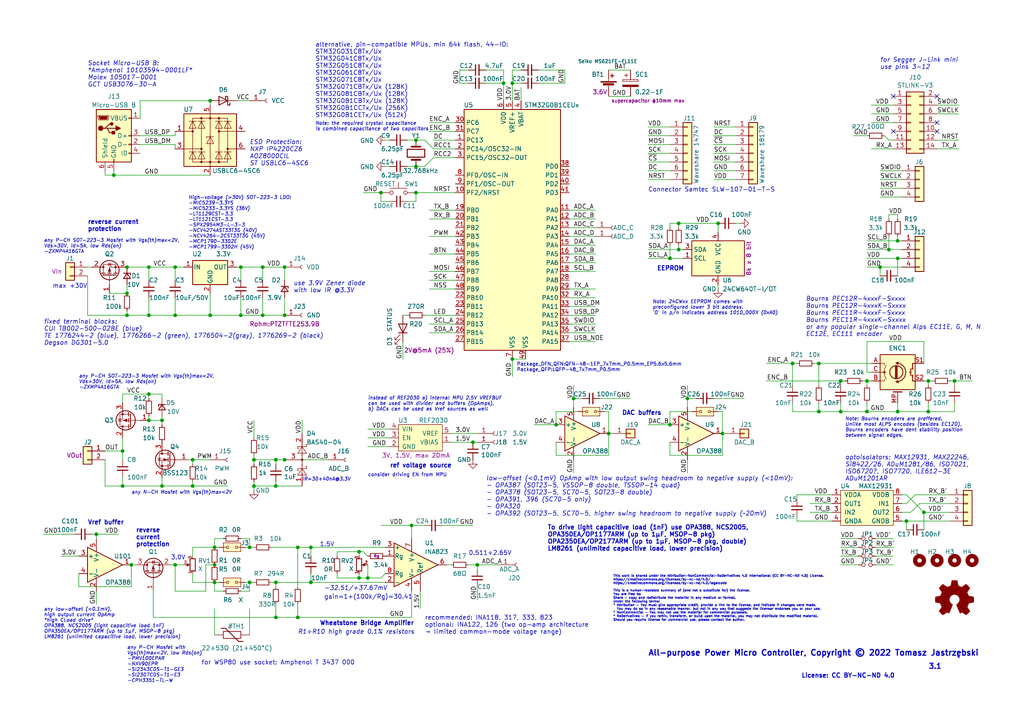
<source format=kicad_sch>
(kicad_sch (version 20211123) (generator eeschema)
  (paper "A4")
  (junction (at 82.55 133.35))
  (junction (at 36.83 91.44))
  (junction (at 73.66 133.35))
  (junction (at 50.8 163.83))
  (junction (at 38.1 163.83))
  (junction (at 209.55 125.73))
  (junction (at 80.01 140.97))
  (junction (at 267.97 148.59))
  (junction (at 104.14 167.64))
  (junction (at 199.39 115.57))
  (junction (at 86.36 179.07))
  (junction (at 33.02 50.8))
  (junction (at 148.59 24.13))
  (junction (at 72.39 168.91))
  (junction (at 43.18 77.47))
  (junction (at 104.14 160.02))
  (junction (at 76.2 91.44))
  (junction (at 260.35 69.85))
  (junction (at 50.8 91.44))
  (junction (at 120.65 48.26))
  (junction (at 251.46 119.38))
  (junction (at 243.84 119.38))
  (junction (at 237.49 105.41))
  (junction (at 27.94 154.94))
  (junction (at 269.24 119.38))
  (junction (at 196.85 64.77))
  (junction (at 43.18 121.92))
  (junction (at 55.88 133.35))
  (junction (at 138.43 163.83))
  (junction (at 82.55 91.44))
  (junction (at 119.38 152.4))
  (junction (at 110.49 55.88))
  (junction (at 276.86 110.49))
  (junction (at 50.8 77.47))
  (junction (at 62.23 168.91))
  (junction (at 80.01 179.07))
  (junction (at 69.85 77.47))
  (junction (at 60.96 29.21))
  (junction (at 269.24 110.49))
  (junction (at 120.65 40.64))
  (junction (at 35.56 130.81))
  (junction (at 82.55 77.47))
  (junction (at 251.46 110.49))
  (junction (at 35.56 140.97))
  (junction (at 148.59 104.14))
  (junction (at 194.31 123.19))
  (junction (at 196.85 72.39))
  (junction (at 62.23 158.75))
  (junction (at 36.83 77.47))
  (junction (at 243.84 110.49))
  (junction (at 257.81 72.39))
  (junction (at 260.35 74.93))
  (junction (at 161.29 123.19))
  (junction (at 36.83 85.09))
  (junction (at 55.88 140.97))
  (junction (at 90.17 168.91))
  (junction (at 60.96 91.44))
  (junction (at 229.87 105.41))
  (junction (at 86.36 158.75))
  (junction (at 72.39 158.75))
  (junction (at 255.27 77.47))
  (junction (at 260.35 119.38))
  (junction (at 106.68 167.64))
  (junction (at 166.37 115.57))
  (junction (at 43.18 114.3))
  (junction (at 62.23 163.83))
  (junction (at 237.49 119.38))
  (junction (at 208.28 64.77))
  (junction (at 262.89 151.13))
  (junction (at 46.99 121.92))
  (junction (at 73.66 140.97))
  (junction (at 194.31 74.93))
  (junction (at 80.01 133.35))
  (junction (at 46.99 140.97))
  (junction (at 90.17 158.75))
  (junction (at 120.65 55.88))
  (junction (at 137.16 128.27))
  (junction (at 76.2 77.47))
  (junction (at 176.53 125.73))
  (junction (at 69.85 91.44))
  (junction (at 146.05 24.13))
  (junction (at 43.18 91.44))
  (junction (at 80.01 168.91))
  (no_connect (at 271.78 35.56))
  (no_connect (at 271.78 38.1))
  (no_connect (at 271.78 27.94))
  (no_connect (at 259.08 27.94))
  (no_connect (at 259.08 38.1))
  (wire (pts (xy 62.23 156.21) (xy 64.77 156.21)))
  (wire (pts (xy 248.92 156.21) (xy 243.84 156.21)))
  (wire (pts (xy 187.96 49.53) (xy 194.31 49.53)))
  (wire (pts (xy 50.8 43.18) (xy 50.8 41.91)))
  (wire (pts (xy 62.23 171.45) (xy 64.77 171.45)))
  (wire (pts (xy 50.8 91.44) (xy 60.96 91.44)))
  (wire (pts (xy 165.1 68.58) (xy 172.72 68.58)))
  (wire (pts (xy 118.11 48.26) (xy 120.65 48.26)))
  (wire (pts (xy 271.78 30.48) (xy 278.13 30.48)))
  (wire (pts (xy 269.24 119.38) (xy 269.24 116.84)))
  (wire (pts (xy 199.39 118.11) (xy 199.39 115.57)))
  (wire (pts (xy 97.79 160.02) (xy 97.79 161.29)))
  (wire (pts (xy 54.61 133.35) (xy 55.88 133.35)))
  (wire (pts (xy 36.83 91.44) (xy 43.18 91.44)))
  (wire (pts (xy 110.49 167.64) (xy 106.68 167.64)))
  (wire (pts (xy 35.56 130.81) (xy 30.48 130.81)))
  (wire (pts (xy 187.96 72.39) (xy 196.85 72.39)))
  (wire (pts (xy 165.1 83.82) (xy 172.72 83.82)))
  (wire (pts (xy 25.4 91.44) (xy 25.4 80.01)))
  (wire (pts (xy 124.46 81.28) (xy 132.08 81.28)))
  (wire (pts (xy 71.12 168.91) (xy 72.39 168.91)))
  (wire (pts (xy 43.18 81.28) (xy 43.18 77.47)))
  (wire (pts (xy 53.34 77.47) (xy 50.8 77.47)))
  (wire (pts (xy 261.62 143.51) (xy 262.89 143.51)))
  (wire (pts (xy 187.96 52.07) (xy 194.31 52.07)))
  (wire (pts (xy 123.19 40.64) (xy 120.65 40.64)))
  (wire (pts (xy 260.35 119.38) (xy 269.24 119.38)))
  (wire (pts (xy 241.3 146.05) (xy 234.95 146.05)))
  (wire (pts (xy 156.21 20.32) (xy 163.83 20.32)))
  (wire (pts (xy 251.46 77.47) (xy 255.27 77.47)))
  (wire (pts (xy 269.24 111.76) (xy 269.24 110.49)))
  (wire (pts (xy 90.17 158.75) (xy 111.76 158.75)))
  (wire (pts (xy 31.75 85.09) (xy 36.83 85.09)))
  (wire (pts (xy 86.36 179.07) (xy 119.38 179.07)))
  (wire (pts (xy 165.1 99.06) (xy 172.72 99.06)))
  (wire (pts (xy 90.17 168.91) (xy 90.17 166.37)))
  (wire (pts (xy 68.58 77.47) (xy 69.85 77.47)))
  (wire (pts (xy 194.31 66.04) (xy 194.31 64.77)))
  (wire (pts (xy 43.18 120.65) (xy 43.18 121.92)))
  (wire (pts (xy 213.36 44.45) (xy 207.01 44.45)))
  (wire (pts (xy 46.99 115.57) (xy 46.99 114.3)))
  (wire (pts (xy 73.66 121.92) (xy 73.66 127)))
  (wire (pts (xy 97.79 160.02) (xy 104.14 160.02)))
  (wire (pts (xy 38.1 170.18) (xy 38.1 163.83)))
  (wire (pts (xy 40.64 41.91) (xy 50.8 41.91)))
  (wire (pts (xy 123.19 91.44) (xy 132.08 91.44)))
  (wire (pts (xy 213.36 49.53) (xy 207.01 49.53)))
  (wire (pts (xy 62.23 184.15) (xy 62.23 176.53)))
  (wire (pts (xy 69.85 77.47) (xy 76.2 77.47)))
  (wire (pts (xy 262.89 143.51) (xy 267.97 148.59)))
  (wire (pts (xy 213.36 64.77) (xy 214.63 64.77)))
  (wire (pts (xy 50.8 81.28) (xy 50.8 77.47)))
  (wire (pts (xy 148.59 20.32) (xy 148.59 24.13)))
  (wire (pts (xy 275.59 110.49) (xy 276.86 110.49)))
  (wire (pts (xy 36.83 90.17) (xy 36.83 91.44)))
  (wire (pts (xy 132.08 93.98) (xy 124.46 93.98)))
  (wire (pts (xy 248.92 158.75) (xy 243.84 158.75)))
  (wire (pts (xy 259.08 30.48) (xy 252.73 30.48)))
  (wire (pts (xy 252.73 107.95) (xy 251.46 107.95)))
  (wire (pts (xy 55.88 158.75) (xy 55.88 161.29)))
  (wire (pts (xy 165.1 88.9) (xy 172.72 88.9)))
  (wire (pts (xy 182.88 27.94) (xy 176.53 27.94)))
  (wire (pts (xy 266.7 146.05) (xy 264.16 148.59)))
  (wire (pts (xy 124.46 35.56) (xy 132.08 35.56)))
  (wire (pts (xy 231.14 143.51) (xy 241.3 143.51)))
  (wire (pts (xy 62.23 168.91) (xy 55.88 168.91)))
  (wire (pts (xy 267.97 105.41) (xy 267.97 99.06)))
  (wire (pts (xy 125.73 43.18) (xy 132.08 43.18)))
  (wire (pts (xy 196.85 72.39) (xy 198.12 72.39)))
  (wire (pts (xy 194.31 123.19) (xy 187.96 123.19)))
  (wire (pts (xy 71.12 158.75) (xy 72.39 158.75)))
  (wire (pts (xy 119.38 171.45) (xy 119.38 179.07)))
  (wire (pts (xy 116.84 91.44) (xy 118.11 91.44)))
  (wire (pts (xy 231.14 151.13) (xy 231.14 149.86)))
  (wire (pts (xy 259.08 35.56) (xy 252.73 35.56)))
  (wire (pts (xy 156.21 24.13) (xy 163.83 24.13)))
  (wire (pts (xy 43.18 86.36) (xy 43.18 91.44)))
  (wire (pts (xy 261.62 49.53) (xy 255.27 49.53)))
  (wire (pts (xy 207.01 39.37) (xy 213.36 39.37)))
  (wire (pts (xy 251.46 69.85) (xy 260.35 69.85)))
  (wire (pts (xy 111.76 166.37) (xy 110.49 167.64)))
  (wire (pts (xy 276.86 110.49) (xy 281.94 110.49)))
  (wire (pts (xy 146.05 20.32) (xy 146.05 24.13)))
  (wire (pts (xy 251.46 99.06) (xy 251.46 107.95)))
  (wire (pts (xy 111.76 48.26) (xy 113.03 48.26)))
  (wire (pts (xy 72.39 29.21) (xy 68.58 29.21)))
  (wire (pts (xy 251.46 99.06) (xy 267.97 99.06)))
  (wire (pts (xy 90.17 161.29) (xy 90.17 158.75)))
  (wire (pts (xy 12.7 154.94) (xy 21.59 154.94)))
  (wire (pts (xy 46.99 140.97) (xy 55.88 140.97)))
  (wire (pts (xy 82.55 91.44) (xy 82.55 86.36)))
  (wire (pts (xy 207.01 41.91) (xy 213.36 41.91)))
  (wire (pts (xy 129.54 163.83) (xy 130.81 163.83)))
  (wire (pts (xy 161.29 119.38) (xy 161.29 123.19)))
  (wire (pts (xy 119.38 152.4) (xy 123.19 152.4)))
  (wire (pts (xy 243.84 110.49) (xy 222.25 110.49)))
  (wire (pts (xy 194.31 132.08) (xy 209.55 132.08)))
  (wire (pts (xy 148.59 29.21) (xy 148.59 24.13)))
  (wire (pts (xy 237.49 105.41) (xy 236.22 105.41)))
  (wire (pts (xy 165.1 86.36) (xy 172.72 86.36)))
  (wire (pts (xy 87.63 125.73) (xy 87.63 121.92)))
  (wire (pts (xy 251.46 119.38) (xy 260.35 119.38)))
  (wire (pts (xy 97.79 167.64) (xy 104.14 167.64)))
  (wire (pts (xy 257.81 62.23) (xy 260.35 62.23)))
  (wire (pts (xy 35.56 127) (xy 35.56 130.81)))
  (wire (pts (xy 213.36 52.07) (xy 207.01 52.07)))
  (wire (pts (xy 106.68 124.46) (xy 113.03 124.46)))
  (wire (pts (xy 73.66 139.7) (xy 73.66 140.97)))
  (wire (pts (xy 166.37 118.11) (xy 166.37 115.57)))
  (wire (pts (xy 261.62 151.13) (xy 262.89 151.13)))
  (wire (pts (xy 55.88 134.62) (xy 55.88 133.35)))
  (wire (pts (xy 69.85 91.44) (xy 69.85 86.36)))
  (wire (pts (xy 69.85 171.45) (xy 72.39 171.45)))
  (wire (pts (xy 124.46 63.5) (xy 132.08 63.5)))
  (wire (pts (xy 78.74 158.75) (xy 86.36 158.75)))
  (wire (pts (xy 257.81 40.64) (xy 256.54 39.37)))
  (wire (pts (xy 133.35 20.32) (xy 133.35 24.13)))
  (wire (pts (xy 80.01 175.26) (xy 80.01 179.07)))
  (wire (pts (xy 50.8 86.36) (xy 50.8 91.44)))
  (wire (pts (xy 209.55 132.08) (xy 209.55 125.73)))
  (wire (pts (xy 176.53 125.73) (xy 177.8 125.73)))
  (wire (pts (xy 80.01 168.91) (xy 90.17 168.91)))
  (wire (pts (xy 46.99 120.65) (xy 46.99 121.92)))
  (wire (pts (xy 261.62 54.61) (xy 255.27 54.61)))
  (wire (pts (xy 262.89 153.67) (xy 262.89 151.13)))
  (wire (pts (xy 243.84 110.49) (xy 243.84 111.76)))
  (wire (pts (xy 209.55 125.73) (xy 209.55 119.38)))
  (wire (pts (xy 260.35 68.58) (xy 260.35 69.85)))
  (wire (pts (xy 80.01 134.62) (xy 80.01 133.35)))
  (wire (pts (xy 90.17 168.91) (xy 111.76 168.91)))
  (wire (pts (xy 26.67 154.94) (xy 27.94 154.94)))
  (wire (pts (xy 260.35 69.85) (xy 261.62 69.85)))
  (wire (pts (xy 254 163.83) (xy 259.08 163.83)))
  (wire (pts (xy 125.73 43.18) (xy 123.19 40.64)))
  (wire (pts (xy 196.85 64.77) (xy 208.28 64.77)))
  (wire (pts (xy 213.36 46.99) (xy 207.01 46.99)))
  (wire (pts (xy 148.59 104.14) (xy 152.4 104.14)))
  (wire (pts (xy 124.46 78.74) (xy 132.08 78.74)))
  (wire (pts (xy 62.23 163.83) (xy 59.69 163.83)))
  (wire (pts (xy 130.81 128.27) (xy 137.16 128.27)))
  (wire (pts (xy 165.1 73.66) (xy 172.72 73.66)))
  (wire (pts (xy 62.23 168.91) (xy 62.23 171.45)))
  (wire (pts (xy 25.4 77.47) (xy 26.67 77.47)))
  (wire (pts (xy 194.31 128.27) (xy 194.31 132.08)))
  (wire (pts (xy 82.55 133.35) (xy 95.25 133.35)))
  (wire (pts (xy 255.27 77.47) (xy 261.62 77.47)))
  (wire (pts (xy 199.39 111.76) (xy 199.39 115.57)))
  (wire (pts (xy 73.66 158.75) (xy 72.39 158.75)))
  (wire (pts (xy 35.56 114.3) (xy 35.56 116.84)))
  (wire (pts (xy 110.49 55.88) (xy 105.41 55.88)))
  (wire (pts (xy 137.16 128.27) (xy 138.43 128.27)))
  (wire (pts (xy 276.86 116.84) (xy 276.86 119.38)))
  (wire (pts (xy 44.45 171.45) (xy 44.45 179.07)))
  (wire (pts (xy 229.87 116.84) (xy 229.87 119.38)))
  (wire (pts (xy 165.1 63.5) (xy 172.72 63.5)))
  (wire (pts (xy 30.48 140.97) (xy 35.56 140.97)))
  (wire (pts (xy 80.01 140.97) (xy 73.66 140.97)))
  (wire (pts (xy 50.8 163.83) (xy 53.34 163.83)))
  (wire (pts (xy 124.46 83.82) (xy 132.08 83.82)))
  (wire (pts (xy 237.49 119.38) (xy 237.49 116.84)))
  (wire (pts (xy 36.83 91.44) (xy 25.4 91.44)))
  (wire (pts (xy 151.13 25.4) (xy 151.13 29.21)))
  (wire (pts (xy 130.81 125.73) (xy 138.43 125.73)))
  (wire (pts (xy 35.56 140.97) (xy 46.99 140.97)))
  (wire (pts (xy 125.73 45.72) (xy 132.08 45.72)))
  (wire (pts (xy 266.7 146.05) (xy 275.59 146.05)))
  (wire (pts (xy 254 158.75) (xy 259.08 158.75)))
  (wire (pts (xy 251.46 39.37) (xy 247.65 39.37)))
  (wire (pts (xy 27.94 171.45) (xy 27.94 175.26)))
  (wire (pts (xy 120.65 58.42) (xy 120.65 55.88)))
  (wire (pts (xy 132.08 68.58) (xy 124.46 68.58)))
  (wire (pts (xy 176.53 125.73) (xy 176.53 119.38)))
  (wire (pts (xy 194.31 36.83) (xy 187.96 36.83)))
  (wire (pts (xy 261.62 57.15) (xy 255.27 57.15)))
  (wire (pts (xy 106.68 161.29) (xy 105.41 160.02)))
  (wire (pts (xy 251.46 72.39) (xy 257.81 72.39)))
  (wire (pts (xy 27.94 154.94) (xy 34.29 154.94)))
  (wire (pts (xy 231.14 144.78) (xy 231.14 143.51)))
  (wire (pts (xy 260.35 80.01) (xy 260.35 74.93)))
  (wire (pts (xy 73.66 140.97) (xy 73.66 142.24)))
  (wire (pts (xy 251.46 111.76) (xy 251.46 110.49)))
  (wire (pts (xy 55.88 140.97) (xy 55.88 139.7)))
  (wire (pts (xy 46.99 114.3) (xy 43.18 114.3)))
  (wire (pts (xy 194.31 41.91) (xy 187.96 41.91)))
  (wire (pts (xy 72.39 168.91) (xy 72.39 171.45)))
  (wire (pts (xy 132.08 40.64) (xy 125.73 40.64)))
  (wire (pts (xy 120.65 55.88) (xy 132.08 55.88)))
  (wire (pts (xy 161.29 132.08) (xy 176.53 132.08)))
  (wire (pts (xy 265.43 143.51) (xy 275.59 143.51)))
  (wire (pts (xy 172.72 78.74) (xy 165.1 78.74)))
  (wire (pts (xy 72.39 156.21) (xy 69.85 156.21)))
  (wire (pts (xy 269.24 110.49) (xy 270.51 110.49)))
  (wire (pts (xy 33.02 50.8) (xy 30.48 50.8)))
  (wire (pts (xy 245.11 110.49) (xy 243.84 110.49)))
  (wire (pts (xy 229.87 105.41) (xy 222.25 105.41)))
  (wire (pts (xy 36.83 82.55) (xy 36.83 85.09)))
  (wire (pts (xy 30.48 50.8) (xy 30.48 49.53)))
  (wire (pts (xy 207.01 36.83) (xy 213.36 36.83)))
  (wire (pts (xy 80.01 133.35) (xy 82.55 133.35)))
  (wire (pts (xy 251.46 74.93) (xy 260.35 74.93)))
  (wire (pts (xy 231.14 105.41) (xy 229.87 105.41)))
  (wire (pts (xy 55.88 158.75) (xy 62.23 158.75)))
  (wire (pts (xy 118.11 58.42) (xy 120.65 58.42)))
  (wire (pts (xy 251.46 119.38) (xy 251.46 116.84)))
  (wire (pts (xy 199.39 115.57) (xy 201.93 115.57)))
  (wire (pts (xy 46.99 140.97) (xy 46.99 138.43)))
  (wire (pts (xy 49.53 163.83) (xy 50.8 163.83)))
  (wire (pts (xy 55.88 140.97) (xy 66.04 140.97)))
  (wire (pts (xy 60.96 50.8) (xy 33.02 50.8)))
  (wire (pts (xy 165.1 91.44) (xy 172.72 91.44)))
  (wire (pts (xy 62.23 158.75) (xy 63.5 158.75)))
  (wire (pts (xy 243.84 119.38) (xy 243.84 116.84)))
  (wire (pts (xy 63.5 168.91) (xy 62.23 168.91)))
  (wire (pts (xy 271.78 33.02) (xy 278.13 33.02)))
  (wire (pts (xy 27.94 156.21) (xy 27.94 154.94)))
  (wire (pts (xy 208.28 83.82) (xy 208.28 82.55)))
  (wire (pts (xy 176.53 132.08) (xy 176.53 125.73)))
  (wire (pts (xy 196.85 71.12) (xy 196.85 72.39)))
  (wire (pts (xy 248.92 161.29) (xy 243.84 161.29)))
  (wire (pts (xy 104.14 161.29) (xy 104.14 160.02)))
  (wire (pts (xy 60.96 29.21) (xy 40.64 29.21)))
  (wire (pts (xy 55.88 166.37) (xy 55.88 168.91)))
  (wire (pts (xy 166.37 115.57) (xy 168.91 115.57)))
  (wire (pts (xy 165.1 96.52) (xy 172.72 96.52)))
  (wire (pts (xy 261.62 72.39) (xy 257.81 72.39)))
  (wire (pts (xy 80.01 170.18) (xy 80.01 168.91)))
  (wire (pts (xy 255.27 80.01) (xy 255.27 77.47)))
  (wire (pts (xy 132.08 60.96) (xy 124.46 60.96)))
  (wire (pts (xy 86.36 158.75) (xy 86.36 170.18)))
  (wire (pts (xy 207.01 115.57) (xy 215.9 115.57)))
  (wire (pts (xy 120.65 48.26) (xy 123.19 48.26)))
  (wire (pts (xy 135.89 163.83) (xy 138.43 163.83)))
  (wire (pts (xy 259.08 33.02) (xy 252.73 33.02)))
  (wire (pts (xy 69.85 81.28) (xy 69.85 77.47)))
  (wire (pts (xy 128.27 152.4) (xy 137.16 152.4)))
  (wire (pts (xy 73.66 132.08) (xy 73.66 133.35)))
  (wire (pts (xy 261.62 146.05) (xy 262.89 146.05)))
  (wire (pts (xy 69.85 91.44) (xy 76.2 91.44)))
  (wire (pts (xy 86.36 158.75) (xy 90.17 158.75)))
  (wire (pts (xy 59.69 163.83) (xy 59.69 171.45)))
  (wire (pts (xy 267.97 148.59) (xy 267.97 153.67)))
  (wire (pts (xy 163.83 20.32) (xy 163.83 24.13)))
  (wire (pts (xy 76.2 77.47) (xy 82.55 77.47)))
  (wire (pts (xy 72.39 184.15) (xy 72.39 176.53)))
  (wire (pts (xy 146.05 24.13) (xy 146.05 29.21)))
  (wire (pts (xy 161.29 128.27) (xy 161.29 132.08)))
  (wire (pts (xy 46.99 121.92) (xy 43.18 121.92)))
  (wire (pts (xy 194.31 119.38) (xy 200.66 119.38)))
  (wire (pts (xy 262.89 146.05) (xy 265.43 143.51)))
  (wire (pts (xy 106.68 163.83) (xy 106.68 167.64)))
  (wire (pts (xy 166.37 115.57) (xy 166.37 111.76)))
  (wire (pts (xy 271.78 40.64) (xy 278.13 40.64)))
  (wire (pts (xy 229.87 119.38) (xy 237.49 119.38)))
  (wire (pts (xy 22.86 161.29) (xy 17.78 161.29)))
  (wire (pts (xy 35.56 133.35) (xy 35.56 130.81)))
  (wire (pts (xy 46.99 123.19) (xy 46.99 121.92)))
  (wire (pts (xy 133.35 24.13) (xy 135.89 24.13)))
  (wire (pts (xy 269.24 119.38) (xy 276.86 119.38)))
  (wire (pts (xy 276.86 111.76) (xy 276.86 110.49)))
  (wire (pts (xy 166.37 133.35) (xy 166.37 137.16)))
  (wire (pts (xy 43.18 77.47) (xy 50.8 77.47)))
  (wire (pts (xy 135.89 20.32) (xy 133.35 20.32)))
  (wire (pts (xy 113.03 58.42) (xy 110.49 58.42)))
  (wire (pts (xy 251.46 110.49) (xy 252.73 110.49)))
  (wire (pts (xy 257.81 63.5) (xy 257.81 62.23)))
  (wire (pts (xy 187.96 46.99) (xy 194.31 46.99)))
  (wire (pts (xy 132.08 96.52) (xy 124.46 96.52)))
  (wire (pts (xy 118.11 40.64) (xy 120.65 40.64)))
  (wire (pts (xy 229.87 111.76) (xy 229.87 105.41)))
  (wire (pts (xy 60.96 91.44) (xy 69.85 91.44)))
  (wire (pts (xy 60.96 30.48) (xy 60.96 29.21)))
  (wire (pts (xy 194.31 74.93) (xy 198.12 74.93)))
  (wire (pts (xy 161.29 123.19) (xy 154.94 123.19)))
  (wire (pts (xy 50.8 39.37) (xy 50.8 38.1)))
  (wire (pts (xy 194.31 64.77) (xy 196.85 64.77)))
  (wire (pts (xy 138.43 165.1) (xy 138.43 163.83)))
  (wire (pts (xy 209.55 119.38) (xy 208.28 119.38)))
  (wire (pts (xy 104.14 160.02) (xy 105.41 160.02)))
  (wire (pts (xy 237.49 119.38) (xy 243.84 119.38)))
  (wire (pts (xy 111.76 40.64) (xy 113.03 40.64)))
  (wire (pts (xy 43.18 114.3) (xy 35.56 114.3)))
  (wire (pts (xy 138.43 163.83) (xy 144.78 163.83)))
  (wire (pts (xy 267.97 148.59) (xy 275.59 148.59)))
  (wire (pts (xy 165.1 60.96) (xy 172.72 60.96)))
  (wire (pts (xy 262.89 151.13) (xy 275.59 151.13)))
  (wire (pts (xy 43.18 91.44) (xy 50.8 91.44)))
  (wire (pts (xy 110.49 58.42) (xy 110.49 55.88)))
  (wire (pts (xy 110.49 152.4) (xy 119.38 152.4)))
  (wire (pts (xy 78.74 168.91) (xy 80.01 168.91)))
  (wire (pts (xy 76.2 91.44) (xy 82.55 91.44)))
  (wire (pts (xy 140.97 24.13) (xy 146.05 24.13)))
  (wire (pts (xy 176.53 119.38) (xy 175.26 119.38)))
  (wire (pts (xy 43.18 77.47) (xy 36.83 77.47)))
  (wire (pts (xy 260.35 116.84) (xy 260.35 119.38)))
  (wire (pts (xy 148.59 104.14) (xy 148.59 109.22)))
  (wire (pts (xy 176.53 20.32) (xy 182.88 20.32)))
  (wire (pts (xy 194.31 71.12) (xy 194.31 74.93)))
  (wire (pts (xy 39.37 163.83) (xy 38.1 163.83)))
  (wire (pts (xy 22.86 170.18) (xy 38.1 170.18)))
  (wire (pts (xy 104.14 167.64) (xy 106.68 167.64)))
  (wire (pts (xy 194.31 123.19) (xy 194.31 119.38)))
  (wire (pts (xy 138.43 170.18) (xy 138.43 173.99)))
  (wire (pts (xy 151.13 24.13) (xy 148.59 24.13)))
  (wire (pts (xy 199.39 133.35) (xy 199.39 137.16)))
  (wire (pts (xy 234.95 148.59) (xy 241.3 148.59)))
  (wire (pts (xy 86.36 175.26) (xy 86.36 179.07)))
  (wire (pts (xy 87.63 140.97) (xy 80.01 140.97)))
  (wire (pts (xy 196.85 66.04) (xy 196.85 64.77)))
  (wire (pts (xy 73.66 133.35) (xy 80.01 133.35)))
  (wire (pts (xy 60.96 85.09) (xy 60.96 91.44)))
  (wire (pts (xy 165.1 71.12) (xy 172.72 71.12)))
  (wire (pts (xy 132.08 38.1) (xy 124.46 38.1)))
  (wire (pts (xy 260.35 62.23) (xy 260.35 63.5)))
  (wire (pts (xy 55.88 133.35) (xy 60.96 133.35)))
  (wire (pts (xy 259.08 40.64) (xy 257.81 40.64)))
  (wire (pts (xy 167.64 119.38) (xy 161.29 119.38)))
  (wire (pts (xy 237.49 111.76) (xy 237.49 105.41)))
  (wire (pts (xy 267.97 110.49) (xy 269.24 110.49)))
  (wire (pts (xy 121.92 176.53) (xy 121.92 171.45)))
  (wire (pts (xy 72.39 156.21) (xy 72.39 158.75)))
  (wire (pts (xy 231.14 151.13) (xy 241.3 151.13)))
  (wire (pts (xy 106.68 127) (xy 113.03 127)))
  (wire (pts (xy 50.8 163.83) (xy 50.8 171.45)))
  (wire (pts (xy 250.19 110.49) (xy 251.46 110.49)))
  (wire (pts (xy 35.56 138.43) (xy 35.56 140.97)))
  (wire (pts (xy 80.01 139.7) (xy 80.01 140.97)))
  (wire (pts (xy 97.79 167.64) (xy 97.79 166.37)))
  (wire (pts (xy 165.1 76.2) (xy 172.72 76.2)))
  (wire (pts (xy 271.78 43.18) (xy 278.13 43.18)))
  (wire (pts (xy 259.08 43.18) (xy 252.73 43.18)))
  (wire (pts (xy 104.14 166.37) (xy 104.14 167.64)))
  (wire (pts (xy 243.84 119.38) (xy 251.46 119.38)))
  (wire (pts (xy 62.23 158.75) (xy 62.23 156.21)))
  (wire (pts (xy 73.66 133.35) (xy 73.66 134.62)))
  (wire (pts (xy 43.18 115.57) (xy 43.18 114.3)))
  (wire (pts (xy 80.01 179.07) (xy 86.36 179.07)))
  (wire (pts (xy 50.8 171.45) (xy 59.69 171.45)))
  (wire (pts (xy 40.64 39.37) (xy 50.8 39.37)))
  (wire (pts (xy 76.2 91.44) (xy 76.2 86.36)))
  (wire (pts (xy 76.2 77.47) (xy 76.2 81.28)))
  (wire (pts (xy 208.28 64.77) (xy 208.28 67.31)))
  (wire (pts (xy 209.55 125.73) (xy 210.82 125.73)))
  (wire (pts (xy 261.62 148.59) (xy 264.16 148.59)))
  (wire (pts (xy 30.48 133.35) (xy 30.48 140.97)))
  (wire (pts (xy 33.02 49.53) (xy 33.02 50.8)))
  (wire (pts (xy 40.64 29.21) (xy 40.64 34.29)))
  (wire (pts (xy 254 156.21) (xy 259.08 156.21)))
  (wire (pts (xy 261.62 52.07) (xy 255.27 52.07)))
  (wire (pts (xy 123.19 48.26) (xy 125.73 45.72)))
  (wire (pts (xy 113.03 129.54) (xy 106.68 129.54)))
  (wire (pts (xy 260.35 74.93) (xy 261.62 74.93)))
  (wire (pts (xy 248.92 163.83) (xy 243.84 163.83)))
  (wire (pts (xy 165.1 93.98) (xy 172.72 93.98)))
  (wire (pts (xy 132.08 73.66) (xy 124.46 73.66)))
  (wire (pts (xy 254 161.29) (xy 259.08 161.29)))
  (wire (pts (xy 119.38 156.21) (xy 119.38 152.4)))
  (wire (pts (xy 165.1 66.04) (xy 172.72 66.04)))
  (wire (pts (xy 194.31 39.37) (xy 187.96 39.37)))
  (wire (pts (xy 173.99 115.57) (xy 182.88 115.57)))
  (wire (pts (xy 148.59 20.32) (xy 151.13 20.32)))
  (wire (pts (xy 237.49 105.41) (xy 252.73 105.41)))
  (wire (pts (xy 22.86 166.37) (xy 22.86 170.18)))
  (wire (pts (xy 194.31 44.45) (xy 187.96 44.45)))
  (wire (pts (xy 116.84 99.06) (xy 116.84 104.14)))
  (wire (pts (xy 187.96 74.93) (xy 194.31 74.93)))
  (wire (pts (xy 82.55 77.47) (xy 82.55 81.28)))
  (wire (pts (xy 44.45 179.07) (xy 80.01 179.07)))
  (wire (pts (xy 257.81 68.58) (xy 257.81 72.39)))
  (wire (pts (xy 140.97 20.32) (xy 146.05 20.32)))
  (wire (pts (xy 72.39 168.91) (xy 73.66 168.91)))
  (image (at -43.18 175.26))
  (text "DAC buffers" (at 180.34 120.65 0) (effects (font (size 1.27 1.27) (thickness 0.254) bold) (justify left bottom)))
  (text "ESD Protection:\nNXP IP4220CZ6\nAOZ8000CIL\nST USBLC6-4SC6" (at 72.39 48.26 0) (effects (font (size 1.27 1.27) italic) (justify left bottom)))
  (text "use 3.9V Zener diode\nwith low IR @3.3V" (at 85.09 85.09 0) (effects (font (size 1.27 1.27) italic) (justify left bottom)))
  (text "Connector Samtec SLW-107-01-T-S" (at 187.96 55.88 0) (effects (font (size 1.27 1.27)) (justify left bottom)))
  (text "All-purpose Power Micro Controller, Copyright © 2022 Tomasz Jastrzębski" (at 187.96 190.5 0) (effects (font (size 1.651 1.651) (thickness 0.3302) bold) (justify left bottom)))
  (text "ref voltage source" (at 113.03 135.89 0) (effects (font (size 1.27 1.27) (thickness 0.254) bold) (justify left bottom)))
  (text "for Segger J-Link mini\nuse pins 3-12" (at 255.27 20.32 0) (effects (font (size 1.27 1.27) italic) (justify left bottom)))
  (text "fixed terminal blocks:\nCUI TB002-500-02BE (blue)\nTE 1776244-2 (blue), 1776266-2 (green), 1776504-2(gray), 1776269-2 (black)\nDegson DG301-5.0" (at 12.7 100.33 0) (effects (font (size 1.27 1.27) italic) (justify left bottom)))
  (text "reverse current\nprotection" (at 25.4 67.31 0) (effects (font (size 1.27 1.27) (thickness 0.254) bold) (justify left bottom)))
  (text "1.5V" (at 92.71 158.75 0) (effects (font (size 1.27 1.27)) (justify left bottom)))
  (text "Wheatstone Bridge Amplifier" (at 92.71 181.61 0) (effects (font (size 1.27 1.27) (thickness 0.254) bold) (justify left bottom)))
  (text "any P-CH SOT-223-3 Mosfet with Vgs(th)max<2V,\nVds>30V, Id>5A, low Rds(on)\n-ZXMP4A16GTA" (at 12.7 73.66 0) (effects (font (size 0.9906 0.9906) italic) (justify left bottom)))
  (text "recommended: INA118, 317, 333, 823\noptional: INA122, 126 (two op-amp architecture\n→ limited common-mode voltage range)" (at 123.19 184.15 0) (effects (font (size 1.27 1.27)) (justify left bottom)))
  (text "low-offset (<0.1mV) OpAmp with low output swing headroom to negative supply (<10mV):\n- OPA387 (SOT23-5, VSSOP-8 double, TSSOP-14 quad)\n- OPA378 (SOT23-5, SC70-5, SOT23-8 double)\n- OPA391, 396 (SC70-5 only)\n- OPA320\n- OPA392 (SOT23-5, SC70-5, higher swing headroom to negative supply (~20mV)\n" (at 140.97 149.86 0) (effects (font (size 1.27 1.27) italic) (justify left bottom)))
  (text "3.0V" (at 49.53 162.56 0) (effects (font (size 1.27 1.27)) (justify left bottom)))
  (text "Bourns PEC12R-4xxxF-Sxxxx\nBourns PEC12R-4xxxK-Sxxxx\nBourns PEC11R-4xxxF-Sxxxx\nBourns PEC11R-4xxxK-Sxxxx\nor any popular single-channel Alps EC11E, G, M, N\nEC12E, EC111 encoder" (at 233.68 97.79 0) (effects (font (size 1.27 1.27) italic) (justify left bottom)))
  (text "any low-offset (<0.1mV),\nhigh output current OpAmp\n*high CLoad drive*\nOPA388, NCS2005 (light capacitive load 1nF)\nOPA350EA/OP1177ARM (up to 1µF, MSOP-8 pkg)\nLM8261 (unlimited capacitive load, lower precision)" (at 12.7 185.42 0) (effects (font (size 0.9906 0.9906) italic) (justify left bottom)))
  (text "3.1" (at 269.24 194.31 0) (effects (font (size 1.4986 1.4986) (thickness 0.2997) bold) (justify left bottom)))
  (text "License: CC BY-NC-ND 4.0" (at 232.41 196.85 0) (effects (font (size 1.27 1.27) (thickness 0.254) bold) (justify left bottom)))
  (text "EEPROM" (at 190.5 78.74 0) (effects (font (size 1.27 1.27) (thickness 0.254) bold) (justify left bottom)))
  (text "instead of REF2030 a) internal MPU 2.5V VREFBUF\ncan be used with divider and buffers (OpAmps),\nb) DACs can be used as Vref sources as well" (at 106.68 119.38 0) (effects (font (size 0.9906 0.9906) italic) (justify left bottom)))
  (text "This work is shared under the Attribution-NonCommercial-NoDerivatives 4.0 International (CC BY-NC-ND 4.0) License.\nhttps://creativecommons.org/licenses/by-nc-nd/4.0/\nhttps://creativecommons.org/licenses/by-nc-nd/4.0/legalcode\n\nThis is a human-readable summary of (and not a substitute for) the license.\nYou are free to:\nShare — copy and redistribute the material in any medium or format.\nUnder the following terms:\n* Attribution — You must give appropriate credit, provide a link to the license, and indicate if changes were made.\n  You may do so in any reasonable manner, but not in any way that suggests the licensor endorses you or your use.\n* NonCommercial — You may not use the material for commercial purposes.\n* NoDerivatives — If you remix, transform, or build upon the material, you may not distribute the modified material.\nShould you require license for commercial use, please contact the author." (at 177.8 180.34 0) (effects (font (size 0.6604 0.6604)) (justify left bottom)))
  (text "max +30V" (at 15.24 83.82 0) (effects (font (size 1.27 1.27)) (justify left bottom)))
  (text "-32.51/+37.67mV" (at 93.98 171.45 0) (effects (font (size 1.27 1.27) italic) (justify left bottom)))
  (text "R1÷R10 high grade 0.1% resistors" (at 86.36 184.15 0) (effects (font (size 1.27 1.27) italic) (justify left bottom)))
  (text "alternative, pin-compatible MPUs, min 64k flash, 44-IO:\nSTM32G031C8Tx/Ux\nSTM32G041C8Tx/Ux\nSTM32G051C8Tx/Ux\nSTM32G061C8Tx/Ux\nSTM32G071C8Tx/Ux\nSTM32G071CBTx/Ux (128K)\nSTM32G081CBTx/Ux (128K)\nSTM32G0B1CBTx/Ux (128K)\nSTM32G0B1CCTx/Ux (256K)\nSTM32G0B1CETx/Ux (512k)" (at 91.44 34.29 0) (effects (font (size 1.27 1.27)) (justify left bottom)))
  (text "any P-CH SOT-223-3 Mosfet with Vgs(th)max<2V,\nVds>30V, Id>5A, low Rds(on)\n-ZXMP4A16GTA" (at 22.86 113.03 0) (effects (font (size 0.9906 0.9906) italic) (justify left bottom)))
  (text "Socket Micro-USB B:\n*Amphenol 10103594-0001LF*\nMolex 105017-0001\nGCT USB3076-30-A" (at 25.4 25.4 0) (effects (font (size 1.27 1.27) italic) (justify left bottom)))
  (text "Note: 24CWxx EEPROM comes with\npreconfigured lower 3 bit address,\n'0' in p/n indicates address 1010_000X (0xA0)" (at 189.23 91.44 0) (effects (font (size 0.9906 0.9906) italic) (justify left bottom)))
  (text "optoisolators: MAX12931, MAX22246,\nSi8422/26, ADuM1281/86, ISO7021,\nISO6720?, ISO7720, ILE612-3E\nADuM1201AR" (at 245.11 139.7 0) (effects (font (size 1.27 1.27) italic) (justify left bottom)))
  (text "IR=30÷40nA@3.3V" (at 87.63 139.7 0) (effects (font (size 0.9906 0.9906) italic) (justify left bottom)))
  (text "reverse\ncurrent\nprotection" (at 39.37 158.75 0) (effects (font (size 1.27 1.27) (thickness 0.254) bold) (justify left bottom)))
  (text "High-voltage (>30V) SOT-223-3 LDO:\n-MIC5239-3.3YS\n-MIC5233-3.3YS (36V)\n-LT1129CST-3.3\n-LT1121CST-3.3\n-SPX2954M3-L-3-3\n-NCV4274AST33T3G (40V)\n-NCV4264-2CST33T3G (45V)\n-MCP1790-3302E\n-MCP1799-3302H (45V)" (at 54.61 72.39 0) (effects (font (size 0.9906 0.9906) italic) (justify left bottom)))
  (text "0.511÷2.65V" (at 135.89 161.29 0) (effects (font (size 1.27 1.27)) (justify left bottom)))
  (text "Note: Bourns encoders are preffered.\nUnlike most ALPS encodes (besides EC12D),\nBourns encoders have dent stability position\nbetween signal edges." (at 245.11 127 0) (effects (font (size 0.9906 0.9906) italic) (justify left bottom)))
  (text "consider driving EN from MPU" (at 106.68 138.43 0) (effects (font (size 0.9906 0.9906)) (justify left bottom)))
  (text "Vref buffer" (at 25.4 152.4 0) (effects (font (size 1.27 1.27) (thickness 0.254) bold) (justify left bottom)))
  (text "any P-CH Mosfet with\nVgs(th)max<2V, low Rds(on)\n-PMV100EPAR\n-NXV90EPR\n-SI2343CDS-T1-GE3\n-SI2307CDS-T1-E3\n-CPH3351-TL-W" (at 36.83 198.12 0) (effects (font (size 0.9906 0.9906) italic) (justify left bottom)))
  (text "To drive light capacitive load (1nF) use OPA388, NCS2005,\nOPA350EA/OP1177ARM (up to 1µF, MSOP-8 pkg)\nOPA2350EA/OP2177ARM (up to 1µF, MSOP-8 pkg, double)\nLM8261 (unlimited capacitive load, lower precision)" (at 158.75 160.02 0) (effects (font (size 1.27 1.27) (thickness 0.254) bold) (justify left bottom)))
  (text "Note: the required crystal capacitance\nis combined capacitance of two capacitors" (at 91.44 38.1 0) (effects (font (size 0.9906 0.9906) italic) (justify left bottom)))
  (text "any N-CH Mosfet with Vgs(th)max<2V" (at 38.1 143.51 0) (effects (font (size 0.9906 0.9906) italic) (justify left bottom)))
  (text "Package_DFN_QFN:QFN-48-1EP_7x7mm_P0.5mm_EP5.6x5.6mm\nPackage_QFP:LQFP-48_7x7mm_P0.5mm" (at 149.86 107.95 0) (effects (font (size 0.9906 0.9906)) (justify left bottom)))
  (text "gain=1+(100k/Rg)=30.41" (at 93.98 173.99 0) (effects (font (size 1.27 1.27)) (justify left bottom)))
  (text "for WSP80 use socket: Amphenol T 3437 000" (at 58.42 193.04 0) (effects (font (size 1.27 1.27)) (justify left bottom)))
  (label "VDD" (at 113.03 152.4 0))
  (label "RCC2" (at 125.73 45.72 0))
  (label "VDD" (at 187.96 36.83 0))
  (label "GND" (at 133.35 152.4 0))
  (label "GND" (at 215.9 115.57 180))
  (label "GND" (at 256.54 119.38 180))
  (label "SDA_A" (at 187.96 72.39 0))
  (label "3.0V" (at 148.59 29.21 90))
  (label "USB_NOE" (at 166.37 99.06 0))
  (label "SCL_B" (at 251.46 69.85 0))
  (label "OUT" (at 34.29 130.81 180))
  (label "VDD'" (at 269.24 148.59 0))
  (label "TX_B" (at 236.22 148.59 0))
  (label "ADC_D" (at 166.37 68.58 0))
  (label "GND" (at 236.22 151.13 0))
  (label "SCL_B" (at 166.37 78.74 0))
  (label "~{CS}" (at 187.96 46.99 0))
  (label "VDD" (at 107.95 127 0))
  (label "VDD" (at 207.01 52.07 0))
  (label "USB_DM" (at 41.91 41.91 0))
  (label "TX_B'" (at 269.24 146.05 0))
  (label "GND" (at 255.27 57.15 0))
  (label "SWDIO" (at 255.27 49.53 0))
  (label "SDA_B" (at 166.37 76.2 0))
  (label "GND" (at 166.37 137.16 90))
  (label "GND" (at 105.41 55.88 0))
  (label "ENC_B" (at 124.46 38.1 0))
  (label "NRST" (at 207.01 36.83 0))
  (label "VCC" (at 73.66 125.73 90))
  (label "SCL_A" (at 125.73 93.98 0))
  (label "ADC_C" (at 166.37 66.04 0))
  (label "GND" (at 27.94 175.26 90))
  (label "ADC_B" (at 166.37 63.5 0))
  (label "VDD" (at 243.84 156.21 0))
  (label "RCC1" (at 125.73 43.18 0))
  (label "NRST" (at 125.73 55.88 0))
  (label "GND" (at 41.91 50.8 0))
  (label "GND" (at 254 33.02 0))
  (label "RX_B" (at 125.73 63.5 0))
  (label "VDD" (at 251.46 74.93 0))
  (label "GND" (at 12.7 154.94 0))
  (label "USB_DM" (at 166.37 88.9 0))
  (label "DAC_A" (at 166.37 71.12 0))
  (label "GND'" (at 254 163.83 0))
  (label "NRST" (at 187.96 52.07 0))
  (label "SCL_A" (at 187.96 74.93 0))
  (label "DC" (at 125.73 40.64 0))
  (label "DC" (at 207.01 39.37 0))
  (label "GND" (at 199.39 137.16 90))
  (label "VDD" (at 34.29 154.94 180))
  (label "GND" (at 187.96 39.37 0))
  (label "SWDIO" (at 271.78 30.48 0))
  (label "3.0V" (at 132.08 125.73 0))
  (label "GND" (at 71.12 91.44 0))
  (label "RX_A" (at 166.37 86.36 0))
  (label "ENC_B" (at 228.6 110.49 180))
  (label "SDA_B" (at 251.46 72.39 0))
  (label "SWCLK" (at 166.37 96.52 0))
  (label "BTN" (at 278.13 110.49 0))
  (label "NRST" (at 255.27 54.61 0))
  (label "VDD" (at 254 30.48 0))
  (label "SCK" (at 125.73 81.28 0))
  (label "ENC_A" (at 228.6 105.41 180))
  (label "1.5V" (at 121.92 176.53 90))
  (label "VDD" (at 166.37 115.57 90))
  (label "PWM" (at 125.73 68.58 0))
  (label "RX_B'" (at 254 158.75 0))
  (label "VDD" (at 87.63 125.73 90))
  (label "GND" (at 251.46 77.47 0))
  (label "SCK" (at 207.01 44.45 0))
  (label "TX_B" (at 243.84 161.29 0))
  (label "GND" (at 133.35 20.32 270))
  (label "VCC" (at 48.26 77.47 180))
  (label "TX_B" (at 125.73 60.96 0))
  (label "DAC_B" (at 187.96 123.19 0))
  (label "1.5V" (at 132.08 128.27 0))
  (label "TX_B'" (at 254 161.29 0))
  (label "GND" (at 66.04 140.97 180))
  (label "~{CS}" (at 207.01 41.91 0))
  (label "GND" (at 247.65 39.37 0))
  (label "SWCLK" (at 271.78 33.02 0))
  (label "USB_DP" (at 166.37 91.44 0))
  (label "VDD'" (at 254 156.21 0))
  (label "GND" (at 107.95 129.54 0))
  (label "VCC" (at 40.64 114.3 180))
  (label "VDD" (at 205.74 64.77 180))
  (label "VDD" (at 107.95 124.46 0))
  (label "GND" (at 207.01 49.53 0))
  (label "GND" (at 163.83 24.13 90))
  (label "RX_B" (at 236.22 146.05 0))
  (label "GND" (at 148.59 109.22 90))
  (label "PWM" (at 57.15 133.35 0))
  (label "DAC_B" (at 166.37 73.66 0))
  (label "BAT" (at 151.13 29.21 90))
  (label "GND" (at 181.61 27.94 180))
  (label "GND'" (at 269.24 151.13 0))
  (label "GND" (at 254 35.56 0))
  (label "RX_B'" (at 269.24 143.51 0))
  (label "USB_DP" (at 41.91 39.37 0))
  (label "MOSI" (at 187.96 41.91 0))
  (label "TX_A" (at 273.05 43.18 0))
  (label "DAC_A" (at 154.94 123.19 0))
  (label "MOSI" (at 207.01 46.99 0))
  (label "NRST" (at 273.05 40.64 0))
  (label "ENC_A" (at 124.46 35.56 0))
  (label "LED" (at 125.73 91.44 0))
  (label "SWCLK" (at 255.27 52.07 0))
  (label "TX_A" (at 166.37 83.82 0))
  (label "SDA_A" (at 125.73 96.52 0))
  (label "ADC_A" (at 166.37 60.96 0))
  (label "VDD" (at 236.22 143.51 0))
  (label "VDD" (at 146.05 29.21 90))
  (label "DC" (at 187.96 49.53 0))
  (label "VDD" (at 257.81 62.23 0))
  (label "MOSI" (at 125.73 78.74 0))
  (label "GND" (at 138.43 173.99 90))
  (label "VDD" (at 77.47 77.47 0))
  (label "3.0V" (at 17.78 161.29 0))
  (label "SWDIO" (at 166.37 93.98 0))
  (label "NSS" (at 125.73 83.82 0))
  (label "VDD" (at 199.39 115.57 90))
  (label "GND" (at 243.84 163.83 0))
  (label "BTN" (at 125.73 73.66 0))
  (label "ADC_A" (at 139.7 163.83 0))
  (label "ADC_B" (at 95.25 133.35 180))
  (label "GND" (at 182.88 115.57 180))
  (label "VCC" (at 68.58 29.21 0))
  (label "GND" (at 113.03 179.07 0))
  (label "SCK" (at 187.96 44.45 0))
  (label "VDD" (at 261.62 99.06 180))
  (label "RX_A" (at 254 43.18 0))
  (label "GND" (at 116.84 104.14 90))
  (label "BAT" (at 181.61 20.32 180))
  (label "RX_B" (at 243.84 158.75 0))
  (symbol (lib_id "Connector_Generic:Conn_01x02") (at 20.32 77.47 0) (mirror y) (unit 1)
    (property "Reference" "J1" (at 20.32 74.93 0))
    (property "Value" "+ 30V max" (effects hide))
    (property "Footprint" "Custom:Degson_DG301-5.0-2" (effects hide))
    (property "Mfg" "DEGSON:DG301-5.0-02P-12-00A(H)" (effects hide))
    (property "TME" "DG301-5.0-2P12" (effects hide))
    (property "Text" "VIn" (at 16.51 78.74 0))
  )
  (symbol (lib_id "Connector_Generic:Conn_02x07_Odd_Even") (at 264.16 35.56 0) (unit 1)
    (property "Reference" "J10" (at 265.43 22.4282 0))
    (property "Value" "STLINK-V3" (at 265.43 24.7396 0))
    (property "Footprint" "Custom:PinHeader_2x07_P1.27mm_Vertical" (effects hide))
    (property "Mfg" "Amp: 20021111-00014T4LF, Wurth: 62201421121" (effects hide))
  )
  (symbol (lib_id "Device:R_Small") (at 254 39.37 270) (unit 1)
    (property "Reference" "R27" (at 248.92 36.83 90))
    (property "Value" "100Ω" (at 254 36.703 90))
    (property "Footprint" "Resistor_SMD:R_0805_2012Metric_Pad1.15x1.40mm_HandSolder" (effects hide))
  )
  (symbol (lib_id "Device:C_Small") (at 76.2 83.82 0) (unit 1)
    (property "Reference" "C5" (at 73.66 81.28 0) (effects (justify left)))
    (property "Value" "100nF" (at 69.85 86.36 0) (effects (justify left)))
    (property "Footprint" "Capacitor_SMD:C_0805_2012Metric_Pad1.15x1.40mm_HandSolder" (effects hide))
  )
  (symbol (lib_id "Device:C_Small") (at 138.43 24.13 90) (unit 1)
    (property "Reference" "C13" (at 137.16 22.86 90) (effects (justify left)))
    (property "Value" "100nF" (at 146.05 22.86 90) (effects (justify left)))
    (property "Footprint" "Capacitor_SMD:C_0805_2012Metric_Pad1.15x1.40mm_HandSolder" (effects hide))
  )
  (symbol (lib_id "Device:D_Zener_Small") (at 36.83 80.01 270) (unit 1)
    (property "Reference" "D1" (at 38.1 80.01 90) (effects (justify left)))
    (property "Value" "10V" (at 36.83 82.55 90) (effects (justify left)))
    (property "Footprint" "Diode_SMD:D_SOD-123F" (effects hide))
    (property "Farnell" "2069415" (effects hide))
    (property "Mfg" "NXP:BZT52H-B10,115" (effects hide))
  )
  (symbol (lib_id "Device:R_Small") (at 36.83 87.63 180) (unit 1)
    (property "Reference" "R11" (at 31.75 86.36 0))
    (property "Value" "100k" (at 33.02 88.9 0))
    (property "Footprint" "Resistor_SMD:R_0805_2012Metric_Pad1.15x1.40mm_HandSolder" (effects hide))
  )
  (symbol (lib_id "Device:C_Small") (at 43.18 83.82 0) (unit 1)
    (property "Reference" "C2" (at 43.18 81.28 0) (effects (justify left)))
    (property "Value" "100nF" (at 43.18 86.36 0) (effects (justify left)))
    (property "Footprint" "Capacitor_SMD:C_1210_3225Metric_Pad1.42x2.65mm_HandSolder" (effects hide))
  )
  (symbol (lib_id "Device:C_Small") (at 50.8 83.82 0) (unit 1)
    (property "Reference" "C3" (at 50.8 81.28 0) (effects (justify left)))
    (property "Value" "10uF/50V" (at 50.8 86.36 0) (effects (justify left)))
    (property "Footprint" "Capacitor_SMD:C_1210_3225Metric_Pad1.42x2.65mm_HandSolder" (effects hide))
  )
  (symbol (lib_id "Regulator_Linear:L7805") (at 60.96 77.47 0) (unit 1)
    (property "Reference" "U2" (at 57.15 73.66 0))
    (property "Value" "3.3V" (at 64.77 73.66 0))
    (property "Footprint" "Package_TO_SOT_SMD:SOT-223-3_TabPin2" (effects hide))
    (property "Farnell" "2857635" (effects hide))
    (property "Mfg" "MCP:MIC5239-3.3YS-TR" (effects hide))
  )
  (symbol (lib_id "Device:R_Small") (at 43.18 118.11 0) (mirror x) (unit 1)
    (property "Reference" "R12" (at 40.64 115.57 0))
    (property "Value" "10k" (at 40.64 118.11 0))
    (property "Footprint" "Resistor_SMD:R_0805_2012Metric_Pad1.15x1.40mm_HandSolder" (effects hide))
  )
  (symbol (lib_id "Device:D_Zener_Small") (at 46.99 118.11 90) (mirror x) (unit 1)
    (property "Reference" "D5" (at 50.8 116.84 90) (effects (justify left)))
    (property "Value" "10V" (at 52.07 119.38 90) (effects (justify left)))
    (property "Footprint" "Diode_SMD:D_SOD-123F" (effects hide))
    (property "Farnell" "2069469" (effects hide))
    (property "Mfg" "NXP:NZH15B,115" (effects hide))
  )
  (symbol (lib_id "Device:R_Small") (at 46.99 125.73 0) (mirror y) (unit 1)
    (property "Reference" "R13" (at 43.18 124.46 0))
    (property "Value" "10k" (at 43.18 127 0))
    (property "Footprint" "Resistor_SMD:R_0805_2012Metric_Pad1.15x1.40mm_HandSolder" (effects hide))
  )
  (symbol (lib_id "Device:R_Small") (at 55.88 137.16 0) (mirror y) (unit 1)
    (property "Reference" "R14" (at 58.42 135.89 0))
    (property "Value" "10k" (at 58.42 138.43 0))
    (property "Footprint" "Resistor_SMD:R_0805_2012Metric_Pad1.15x1.40mm_HandSolder" (effects hide))
  )
  (symbol (lib_id "Transistor_FET:BSS123") (at 49.53 133.35 0) (mirror y) (unit 1)
    (property "Reference" "Q4" (at 52.07 129.54 0) (effects (justify left)))
    (property "Value" "BSS123" (at 54.61 137.16 0) (effects (justify left)))
    (property "Footprint" "Package_TO_SOT_SMD:TSOT-23" (effects hide))
    (property "Datasheet" "http://www.diodes.com/assets/Datasheets/ds30366.pdf" (effects hide))
    (property "Farnell" "9845321" (effects hide))
    (property "Mfg" "OnSemi:BSS123" (effects hide))
  )
  (symbol (lib_id "Connector_Generic:Conn_01x02") (at 25.4 130.81 0) (mirror y) (unit 1)
    (property "Reference" "J2" (at 26.67 128.27 0) (effects (justify left)))
    (property "Value" "VOut" (effects hide))
    (property "Footprint" "Custom:Degson_DG301-5.0-2" (effects hide))
    (property "Mfg" "DEGSON:DG301-5.0-02P-12-00A(H)" (effects hide))
    (property "TME" "DG301-5.0-2P12" (effects hide))
    (property "Text" "VOut" (at 21.59 132.08 0))
  )
  (symbol (lib_id "Device:C_Small") (at 138.43 20.32 90) (unit 1)
    (property "Reference" "C12" (at 137.16 19.05 90) (effects (justify left)))
    (property "Value" "4.7uF" (at 146.05 19.05 90) (effects (justify left)))
    (property "Footprint" "Capacitor_SMD:C_0805_2012Metric_Pad1.15x1.40mm_HandSolder" (effects hide))
  )
  (symbol (lib_id "Device:C_Small") (at 137.16 130.81 0) (unit 1)
    (property "Reference" "C7" (at 139.4968 129.6416 0) (effects (justify left)))
    (property "Value" "100nF" (at 139.4968 131.953 0) (effects (justify left)))
    (property "Footprint" "Capacitor_SMD:C_0805_2012Metric_Pad1.15x1.40mm_HandSolder" (effects hide))
  )
  (symbol (lib_id "power:GND") (at 137.16 133.35 0) (unit 1)
    (property "Reference" "#PWR02" (effects hide))
    (property "Value" "GND" (at 134.62 133.35 0))
  )
  (symbol (lib_id "Jumper-2:Jumper-2B-Open") (at 67.31 168.91 0) (unit 1)
    (property "Reference" "J4" (at 72.39 170.18 0) (effects (justify right)))
    (property "Value" "Jumper-2B-Open" (effects hide))
    (property "Footprint" "Custom:Degson_DG301-5.0-2" (effects hide))
    (property "Mfg" "DEGSON:DG301-5.0-02P-12-00A(H)" (effects hide))
    (property "TME" "DG301-5.0-2P12" (effects hide))
    (property "Text" "(-)" (effects hide))
  )
  (symbol (lib_id "Device:C_Small") (at 90.17 163.83 0) (unit 1)
    (property "Reference" "C1" (at 87.63 161.29 0) (effects (justify left)))
    (property "Value" "10nF" (at 90.17 167.64 0) (effects (justify left)))
    (property "Footprint" "Capacitor_SMD:C_0805_2012Metric_Pad1.15x1.40mm_HandSolder" (effects hide))
  )
  (symbol (lib_id "Device:R_Small") (at 62.23 161.29 0) (unit 1)
    (property "Reference" "R1" (at 64.77 162.56 0))
    (property "Value" "0R" (at 68.58 162.56 0))
    (property "Footprint" "Custom:R_0805_2012Metric_Pad1.20x1.40mm_HandSolder_Jump" (effects hide))
  )
  (symbol (lib_id "Device:R_Small") (at 62.23 166.37 0) (unit 1)
    (property "Reference" "R5" (at 64.77 165.1 0))
    (property "Value" "0R" (at 68.58 165.1 0))
    (property "Footprint" "Custom:R_0805_2012Metric_Pad1.20x1.40mm_HandSolder_Jump" (effects hide))
  )
  (symbol (lib_id "Device:R_Small") (at 67.31 171.45 270) (unit 1)
    (property "Reference" "R6" (at 66.04 173.99 90))
    (property "Value" "X" (at 69.85 173.99 90))
    (property "Footprint" "Custom:R_0805_2012Metric_Jumper2.54" (effects hide))
  )
  (symbol (lib_id "Device:R_Small") (at 67.31 156.21 270) (unit 1)
    (property "Reference" "R2" (at 64.77 153.67 90))
    (property "Value" "0R" (at 68.58 153.67 90))
    (property "Footprint" "Custom:R_0805_2012Metric_Jumper2.54" (effects hide))
  )
  (symbol (lib_id "Connector_Generic:Conn_01x04") (at 266.7 52.07 0) (unit 1)
    (property "Reference" "J6" (at 265.43 46.99 0) (effects (justify left)))
    (property "Value" "STLINK-V2" (effects hide))
    (property "Footprint" "Custom:PinHeader_1x04_P2.54mm_Vertical" (effects hide))
  )
  (symbol (lib_id "Switch:SW_Push") (at 115.57 55.88 0) (mirror y) (unit 1)
    (property "Reference" "SW1" (at 119.38 53.34 0))
    (property "Value" "RESET" (at 111.76 53.34 0))
    (property "Footprint" "Custom:C&K_PTS636" (effects hide))
    (property "Mfg" "C&K:PTS636" (effects hide))
  )
  (symbol (lib_id "Device:C_Small") (at 115.57 58.42 90) (mirror x) (unit 1)
    (property "Reference" "C11" (at 120.65 59.69 90) (effects (justify left)))
    (property "Value" "100nF" (at 114.3 59.69 90) (effects (justify left)))
    (property "Footprint" "Capacitor_SMD:C_0805_2012Metric_Pad1.15x1.40mm_HandSolder" (effects hide))
  )
  (symbol (lib_id "Device:R_Small") (at 196.85 68.58 180) (unit 1)
    (property "Reference" "R29" (at 200.66 66.04 0))
    (property "Value" "3.3k" (at 200.66 68.58 0))
    (property "Footprint" "Resistor_SMD:R_0805_2012Metric_Pad1.15x1.40mm_HandSolder" (effects hide))
  )
  (symbol (lib_id "Transistor_FET:ZXMP4A16G") (at 31.75 80.01 90) (unit 1)
    (property "Reference" "Q2" (at 31.75 73.66 90))
    (property "Value" "ZXMP4A16GTA" (effects hide))
    (property "Footprint" "Package_TO_SOT_SMD:SOT-223-3_TabPin2" (effects hide))
    (property "Farnell" "7564945" (effects hide))
    (property "Mfg" "Diodes:ZXMP4A16GTA" (effects hide))
  )
  (symbol (lib_id "Device:R_Small") (at 194.31 68.58 180) (unit 1)
    (property "Reference" "R28" (at 190.5 66.04 0))
    (property "Value" "3.3k" (at 190.5 68.58 0))
    (property "Footprint" "Resistor_SMD:R_0805_2012Metric_Pad1.15x1.40mm_HandSolder" (effects hide))
  )
  (symbol (lib_id "Transistor_FET:ZXMP4A16G") (at 38.1 121.92 180) (unit 1)
    (property "Reference" "Q3" (at 33.02 121.92 0) (effects (justify left)))
    (property "Value" "ZXMP4A16GTA" (effects hide))
    (property "Footprint" "Package_TO_SOT_SMD:SOT-223-3_TabPin2" (effects hide))
    (property "Farnell" "7564945" (effects hide))
    (property "Mfg" "Diodes:ZXMP4A16GTA" (effects hide))
  )
  (symbol (lib_id "Device:D_Zener_Small") (at 82.55 83.82 270) (unit 1)
    (property "Reference" "D2" (at 78.74 81.28 90) (effects (justify left)))
    (property "Value" "3.9V" (at 77.47 86.36 90) (effects (justify left)))
    (property "Footprint" "Diode_SMD:D_SOD-123F" (effects hide))
    (property "Farnell" "2772457" (effects hide))
    (property "Mfg" "Rohm:PTZTFTE253.9B" (at 82.55 93.98 90))
  )
  (symbol (lib_id "Connector_Generic:Conn_01x07") (at 218.44 44.45 0) (unit 1)
    (property "Reference" "J9" (at 217.17 34.29 0) (effects (justify left)))
    (property "Value" "Waveshare 18179" (at 220.98 53.34 90) (effects (justify left)))
    (property "Footprint" "Custom:WaveShare_18179" (effects hide))
  )
  (symbol (lib_id "Mechanical:MountingHole") (at 266.7 162.56 90) (unit 1)
    (property "Reference" "H1" (at 266.7 160.02 90) (effects (justify left)))
    (property "Value" "MountingHole" (effects hide))
    (property "Footprint" "MountingHole:MountingHole_2.5mm_Pad_Via" (effects hide))
  )
  (symbol (lib_id "Mechanical:MountingHole") (at 271.78 162.56 90) (unit 1)
    (property "Reference" "H2" (at 271.78 160.02 90) (effects (justify left)))
    (property "Value" "MountingHole" (effects hide))
    (property "Footprint" "MountingHole:MountingHole_2.5mm_Pad_Via" (effects hide))
  )
  (symbol (lib_id "Mechanical:MountingHole") (at 276.86 162.56 90) (unit 1)
    (property "Reference" "H3" (at 276.86 160.02 90) (effects (justify left)))
    (property "Value" "MountingHole" (effects hide))
    (property "Footprint" "MountingHole:MountingHole_2.5mm_Pad_Via" (effects hide))
  )
  (symbol (lib_id "Mechanical:MountingHole") (at 281.94 162.56 90) (unit 1)
    (property "Reference" "H4" (at 281.94 160.02 90) (effects (justify left)))
    (property "Value" "MountingHole" (effects hide))
    (property "Footprint" "MountingHole:MountingHole_2.5mm_Pad_Via" (effects hide))
  )
  (symbol (lib_id "Device:R_Small") (at 73.66 129.54 180) (unit 1)
    (property "Reference" "R15" (at 76.2 127 0))
    (property "Value" "10k" (at 76.2 129.54 0))
    (property "Footprint" "Resistor_SMD:R_0805_2012Metric_Pad1.15x1.40mm_HandSolder" (effects hide))
  )
  (symbol (lib_id "Device:R_Small") (at 73.66 137.16 180) (unit 1)
    (property "Reference" "R16" (at 78.74 134.62 0) (effects (justify left)))
    (property "Value" "1k" (at 76.2 137.16 0))
    (property "Footprint" "Resistor_SMD:R_0805_2012Metric_Pad1.15x1.40mm_HandSolder" (effects hide))
  )
  (symbol (lib_id "power:GND") (at 73.66 142.24 0) (unit 1)
    (property "Reference" "#PWR01" (effects hide))
    (property "Value" "GND" (at 76.2 142.24 0))
  )
  (symbol (lib_id "Device:C_Small") (at 80.01 137.16 0) (unit 1)
    (property "Reference" "C6" (at 82.3468 135.9916 0) (effects (justify left)))
    (property "Value" "1uF" (at 82.3468 138.303 0) (effects (justify left)))
    (property "Footprint" "Capacitor_SMD:C_0805_2012Metric_Pad1.15x1.40mm_HandSolder" (effects hide))
  )
  (symbol (lib_id "Device:C_Small") (at 35.56 135.89 0) (unit 1)
    (property "Reference" "C8" (at 36.83 133.35 0) (effects (justify left)))
    (property "Value" "100nF" (at 36.83 138.43 0) (effects (justify left)))
    (property "Footprint" "Capacitor_SMD:C_1210_3225Metric_Pad1.42x2.65mm_HandSolder" (effects hide))
  )
  (symbol (lib_id "Device:R_Small") (at 76.2 168.91 270) (unit 1)
    (property "Reference" "R7" (at 74.93 166.37 90))
    (property "Value" "294R" (at 80.01 166.37 90))
    (property "Footprint" "Custom:R_0805_2012Metric_Pad1.20x1.40mm_HandSolder_Jump" (effects hide))
  )
  (symbol (lib_id "Device:R_Small") (at 76.2 158.75 270) (unit 1)
    (property "Reference" "R3" (at 74.93 156.21 90))
    (property "Value" "10k" (at 80.01 156.21 90))
    (property "Footprint" "Custom:R_0805_2012Metric_Pad1.20x1.40mm_HandSolder_Jump" (effects hide))
  )
  (symbol (lib_id "REF2030:REF20xx") (at 121.92 127 0) (unit 1)
    (property "Reference" "U3" (at 116.84 121.92 0))
    (property "Value" "REF2030" (at 125.73 121.92 0))
    (property "Footprint" "Package_TO_SOT_SMD:SOT-23-5" (effects hide))
    (property "Datasheet" "https://www.ti.com/lit/ds/symlink/ref2030.pdf" (effects hide))
    (property "Farnell" "3124516" (effects hide))
    (property "Mfg" "TI:REF2030AIDDCT" (effects hide))
    (property "Params" "3V, 1.5V, max 20mA" (at 120.65 132.08 0))
  )
  (symbol (lib_id "Device:R_Small") (at 133.35 163.83 270) (unit 1)
    (property "Reference" "R17" (at 133.35 161.29 90))
    (property "Value" "68Ω" (at 133.35 166.37 90))
    (property "Footprint" "Resistor_SMD:R_0805_2012Metric_Pad1.15x1.40mm_HandSolder" (effects hide))
  )
  (symbol (lib_id "Device:C_Small") (at 138.43 167.64 0) (unit 1)
    (property "Reference" "C10" (at 138.43 170.18 0) (effects (justify left)))
    (property "Value" "1.5nF" (at 138.43 172.72 0) (effects (justify left)))
    (property "Footprint" "Capacitor_SMD:C_0805_2012Metric_Pad1.15x1.40mm_HandSolder" (effects hide))
  )
  (symbol (lib_id "Jumper-2:Jumper-2B-Open") (at 67.31 158.75 0) (mirror y) (unit 1)
    (property "Reference" "J3" (at 69.85 157.48 0) (effects (justify right)))
    (property "Value" "Jumper-2B-Open" (effects hide))
    (property "Footprint" "Custom:Degson_DG301-5.0-2" (effects hide))
    (property "Mfg" "DEGSON:DG301-5.0-02P-12-00A(H)" (effects hide))
    (property "TME" "DG301-5.0-2P12" (effects hide))
    (property "Text" "(+)" (effects hide))
  )
  (symbol (lib_id "Diode:BAS40-04") (at 85.09 133.35 270) (mirror x) (unit 1)
    (property "Reference" "D4" (at 88.9 125.73 90) (effects (justify left)))
    (property "Value" "BAS40-04" (at 88.9 128.27 90) (effects (justify left)))
    (property "Footprint" "Package_TO_SOT_SMD:SOT-23" (effects hide))
    (property "Farnell" "2924692" (effects hide))
    (property "Mfg" "ROHM:BAS40-04HMT116" (effects hide))
  )
  (symbol (lib_id "Device:LED") (at 116.84 95.25 270) (mirror x) (unit 1)
    (property "Reference" "D3" (at 113.03 99.06 0))
    (property "Value" "STATUS" (at 113.03 92.71 0))
    (property "Footprint" "Diode_SMD:D_0805_2012Metric_Pad1.15x1.40mm_HandSolder" (effects hide))
    (property "Farnell" "1318243" (effects hide))
    (property "Mfg" "KBR:KP-2012SGC" (effects hide))
    (property "Text" "2V@5mA (25%)" (at 124.46 101.6 90))
  )
  (symbol (lib_id "Device:R_Small") (at 120.65 91.44 90) (unit 1)
    (property "Reference" "R20" (at 120.65 93.98 90))
    (property "Value" "270R" (at 120.65 88.9 90))
    (property "Footprint" "Resistor_SMD:R_0805_2012Metric_Pad1.15x1.40mm_HandSolder" (effects hide))
  )
  (symbol (lib_id "Transistor_FET:AO3401A") (at 44.45 166.37 90) (unit 1)
    (property "Reference" "Q1" (at 44.45 160.02 90))
    (property "Value" "SI2343CDS-T1-GE3" (effects hide))
    (property "Footprint" "Package_TO_SOT_SMD:SOT-23" (effects hide))
    (property "Datasheet" "http://www.aosmd.com/pdfs/datasheet/AO3401A.pdf" (effects hide))
    (property "Farnell" "2335290" (effects hide))
    (property "Mfg" "Vishay:SI2343CDS-T1-GE3" (effects hide))
  )
  (symbol (lib_id "Device:C_Small") (at 243.84 114.3 0) (unit 1)
    (property "Reference" "C22" (at 240.03 111.76 0) (effects (justify left)))
    (property "Value" "10nF" (at 238.76 116.84 0) (effects (justify left)))
    (property "Footprint" "Capacitor_SMD:C_0805_2012Metric_Pad1.15x1.40mm_HandSolder" (effects hide))
  )
  (symbol (lib_id "Device:R_Small") (at 269.24 114.3 0) (unit 1)
    (property "Reference" "R26" (at 265.43 114.3 0))
    (property "Value" "10k" (at 265.43 116.84 0))
    (property "Footprint" "Resistor_SMD:R_0805_2012Metric_Pad1.15x1.40mm_HandSolder" (effects hide))
  )
  (symbol (lib_id "Device:R_Small") (at 273.05 110.49 270) (unit 1)
    (property "Reference" "R25" (at 270.51 107.95 90))
    (property "Value" "10k" (at 275.59 107.95 90))
    (property "Footprint" "Resistor_SMD:R_0805_2012Metric_Pad1.15x1.40mm_HandSolder" (effects hide))
  )
  (symbol (lib_id "Device:C_Small") (at 276.86 114.3 0) (unit 1)
    (property "Reference" "C23" (at 270.51 114.3 0) (effects (justify left)))
    (property "Value" "10nF" (at 270.51 116.84 0) (effects (justify left)))
    (property "Footprint" "Capacitor_SMD:C_0805_2012Metric_Pad1.15x1.40mm_HandSolder" (effects hide))
  )
  (symbol (lib_id "Device:R_Small") (at 251.46 114.3 0) (unit 1)
    (property "Reference" "R24" (at 247.65 114.3 0))
    (property "Value" "10k" (at 247.65 116.84 0))
    (property "Footprint" "Resistor_SMD:R_0805_2012Metric_Pad1.15x1.40mm_HandSolder" (effects hide))
  )
  (symbol (lib_id "Device:R_Small") (at 247.65 110.49 270) (unit 1)
    (property "Reference" "R23" (at 243.84 107.95 90))
    (property "Value" "10k" (at 248.92 107.95 90))
    (property "Footprint" "Resistor_SMD:R_0805_2012Metric_Pad1.15x1.40mm_HandSolder" (effects hide))
  )
  (symbol (lib_id "Device:R_Small") (at 237.49 114.3 0) (unit 1)
    (property "Reference" "R22" (at 233.68 114.3 0))
    (property "Value" "10k" (at 233.68 116.84 0))
    (property "Footprint" "Resistor_SMD:R_0805_2012Metric_Pad1.15x1.40mm_HandSolder" (effects hide))
  )
  (symbol (lib_id "Device:C_Small") (at 229.87 114.3 0) (unit 1)
    (property "Reference" "C21" (at 226.06 111.76 0) (effects (justify left)))
    (property "Value" "10nF" (at 224.79 116.84 0) (effects (justify left)))
    (property "Footprint" "Capacitor_SMD:C_0805_2012Metric_Pad1.15x1.40mm_HandSolder" (effects hide))
  )
  (symbol (lib_id "Device:R_Small") (at 233.68 105.41 270) (unit 1)
    (property "Reference" "R21" (at 231.14 102.87 90))
    (property "Value" "10k" (at 236.22 102.87 90))
    (property "Footprint" "Resistor_SMD:R_0805_2012Metric_Pad1.15x1.40mm_HandSolder" (effects hide))
  )
  (symbol (lib_id "Device:C_Small") (at 69.85 83.82 0) (unit 1)
    (property "Reference" "C4" (at 67.31 81.28 0) (effects (justify left)))
    (property "Value" "10uF" (at 64.77 86.36 0) (effects (justify left)))
    (property "Footprint" "Capacitor_SMD:C_0805_2012Metric_Pad1.15x1.40mm_HandSolder" (effects hide))
  )
  (symbol (lib_id "Device:R_Small") (at 86.36 172.72 0) (unit 1)
    (property "Reference" "R4" (at 83.82 172.72 0))
    (property "Value" "10k" (at 83.82 175.26 0))
    (property "Footprint" "Custom:R_0805_2012Metric_Jumper2.54" (effects hide))
  )
  (symbol (lib_id "Device:R_Small") (at 80.01 172.72 0) (unit 1)
    (property "Reference" "R8" (at 77.47 172.72 0))
    (property "Value" "330R" (at 77.47 175.26 0))
    (property "Footprint" "Custom:R_0805_2012Metric_Jumper2.54" (effects hide))
  )
  (symbol (lib_id "Device:Thermistor") (at 67.31 184.15 270) (mirror x) (unit 1)
    (property "Reference" "#TH1" (at 66.04 181.61 90) (effects (justify left)))
    (property "Value" "22÷53Ω (21÷450°C)" (at 58.42 187.96 90) (effects (justify left)))
  )
  (symbol (lib_id "Connector_Generic:Conn_01x07") (at 199.39 44.45 0) (unit 1)
    (property "Reference" "J11" (at 198.12 34.29 0) (effects (justify left)))
    (property "Value" "Waveshare 14747" (at 201.93 53.34 90) (effects (justify left)))
    (property "Footprint" "Custom:WaveShare_14747_13992" (effects hide))
  )
  (symbol (lib_id "Device:Crystal") (at 120.65 44.45 90) (unit 1)
    (property "Reference" "Y1" (at 119.38 39.37 90) (effects (justify right)))
    (property "Value" "32.768kHz" (at 116.84 49.53 90) (effects (justify right)))
    (property "Footprint" "Custom:Abracon_ABS07-HS" (effects hide))
  )
  (symbol (lib_id "MAX12931:MAX12931") (at 251.46 147.32 0) (unit 1)
    (property "Reference" "U4" (at 245.11 140.97 0))
    (property "Value" "MAX12931" (at 254 140.97 0))
    (property "Footprint" "Package_SO:SOIC-8_3.9x4.9mm_P1.27mm" (effects hide))
  )
  (symbol (lib_id "Device:Battery_Cell") (at 176.53 25.4 0) (unit 1)
    (property "Reference" "BT1" (at 175.26 21.59 0) (effects (justify right)))
    (property "Value" "Seiko MS621FE-FL11E" (at 167.64 17.78 0) (effects (font (size 0.9906 0.9906)) (justify left)))
    (property "Footprint" "Custom:Seiko_MS621FE-FL11E" (effects hide))
    (property "Text" "3.6V" (at 173.99 26.67 0))
  )
  (symbol (lib_id "STM32G0B1CEUx:STM32G0B1CEUx") (at 148.59 64.77 0) (unit 1)
    (property "Reference" "U5" (at 135.89 30.48 0))
    (property "Value" "STM32G0B1CEUx" (at 160.02 30.48 0))
    (property "Footprint" "Package_DFN_QFN:QFN-48-1EP_7x7mm_P0.5mm_EP5.6x5.6mm" (effects hide))
    (property "Datasheet" "http://www.st.com/st-web-ui/static/active/en/resource/technical/document/datasheet/DM00140359.pdf" (effects hide))
  )
  (symbol (lib_id "Graphic:Logo_Open_Hardware_Small") (at 276.86 173.99 0) (unit 1)
    (property "Reference" "M4" (effects hide))
    (property "Value" "Logo_Open_Hardware_Small" (effects hide))
    (property "Footprint" "Symbol:KiCad-Logo2_5mm_SilkScreen" (effects hide))
  )
  (symbol (lib_id "APPMC-rescue:Jumper_NO_Small-Device") (at 251.46 156.21 0) (unit 1)
    (property "Reference" "JP1" (at 251.46 154.94 0))
    (property "Value" "Jumper_NO_Small" (effects hide))
    (property "Footprint" "Custom:Jumper_1x02_P1.27mm_Vertical" (effects hide))
  )
  (symbol (lib_id "APPMC-rescue:Jumper_NO_Small-Device") (at 251.46 158.75 0) (unit 1)
    (property "Reference" "JP2" (at 251.46 157.48 0))
    (property "Value" "Jumper_NO_Small" (effects hide))
    (property "Footprint" "Custom:Jumper_1x02_P1.27mm_Vertical" (effects hide))
  )
  (symbol (lib_id "APPMC-rescue:Jumper_NO_Small-Device") (at 251.46 161.29 0) (unit 1)
    (property "Reference" "JP3" (at 251.46 160.02 0))
    (property "Value" "Jumper_NO_Small" (effects hide))
    (property "Footprint" "Custom:Jumper_1x02_P1.27mm_Vertical" (effects hide))
  )
  (symbol (lib_id "APPMC-rescue:Jumper_NO_Small-Device") (at 251.46 163.83 0) (unit 1)
    (property "Reference" "JP4" (at 251.46 162.56 0))
    (property "Value" "Jumper_NO_Small" (effects hide))
    (property "Footprint" "Custom:Jumper_1x02_P1.27mm_Vertical" (effects hide))
  )
  (symbol (lib_id "Device:C_Small") (at 115.57 40.64 270) (unit 1)
    (property "Reference" "C9" (at 110.49 39.37 90) (effects (justify left)))
    (property "Value" "6.25pF" (at 110.49 43.18 90) (effects (justify left)))
    (property "Footprint" "Capacitor_SMD:C_0805_2012Metric_Pad1.15x1.40mm_HandSolder" (effects hide))
  )
  (symbol (lib_id "Device:C_Small") (at 115.57 48.26 270) (unit 1)
    (property "Reference" "C14" (at 110.49 46.99 90) (effects (justify left)))
    (property "Value" "6.25pF" (at 110.49 50.8 90) (effects (justify left)))
    (property "Footprint" "Capacitor_SMD:C_0805_2012Metric_Pad1.15x1.40mm_HandSolder" (effects hide))
  )
  (symbol (lib_id "power:GND") (at 111.76 40.64 270) (unit 1)
    (property "Reference" "#PWR0101" (effects hide))
    (property "Value" "GND" (at 108.5088 40.767 90) (effects (justify right)))
  )
  (symbol (lib_id "power:GND") (at 111.76 48.26 270) (unit 1)
    (property "Reference" "#PWR0102" (effects hide))
    (property "Value" "GND" (at 108.5088 48.387 90) (effects (justify right)))
  )
  (symbol (lib_id "Connector_Generic:Conn_01x04") (at 280.67 146.05 0) (unit 1)
    (property "Reference" "J8" (at 279.4 140.97 0) (effects (justify left)))
    (property "Value" "Conn_01x04" (effects hide))
    (property "Footprint" "Custom:PinHeader_1x04_P2.54mm_Vertical" (effects hide))
  )
  (symbol (lib_id "Device:C_Small") (at 257.81 80.01 90) (unit 1)
    (property "Reference" "C18" (at 256.54 81.28 90) (effects (justify left)))
    (property "Value" "100nF" (at 265.43 81.28 90) (effects (justify left)))
    (property "Footprint" "Capacitor_SMD:C_0805_2012Metric_Pad1.15x1.40mm_HandSolder" (effects hide))
  )
  (symbol (lib_id "Connector:Conn_01x01_Female") (at 66.04 133.35 0) (unit 1)
    (property "Reference" "J15" (at 63.5 130.81 0) (effects (justify left)))
    (property "Value" "PWM" (at 62.23 135.89 0) (effects (justify left)))
    (property "Footprint" "Custom:PinHeader_1x01_P1.27mm_Vertical" (effects hide))
  )
  (symbol (lib_id "Connector:Conn_01x01_Female") (at 143.51 128.27 0) (unit 1)
    (property "Reference" "J18" (at 143.51 128.27 0) (effects (justify left)))
    (property "Value" "1.5V" (at 148.59 128.27 0) (effects (justify left)))
    (property "Footprint" "Custom:PinHeader_1x01_P1.27mm_Vertical" (effects hide))
  )
  (symbol (lib_id "Amplifier_Instrumentation:INA128") (at 119.38 163.83 0) (unit 1)
    (property "Reference" "U1" (at 123.19 157.48 0) (effects (justify left)))
    (property "Value" "INA823" (at 123.19 160.02 0) (effects (justify left)))
    (property "Footprint" "Package_SO:SOIC-8_3.9x4.9mm_P1.27mm" (effects hide))
  )
  (symbol (lib_id "Device:D_Schottky") (at 64.77 29.21 180) (unit 1)
    (property "Reference" "D6" (at 64.77 26.035 0))
    (property "Value" "D_Schottky" (effects hide))
    (property "Footprint" "Diode_SMD:D_SOD-123F" (effects hide))
  )
  (symbol (lib_id "Device:C_Small") (at 153.67 20.32 90) (unit 1)
    (property "Reference" "C19" (at 152.4 19.05 90) (effects (justify left)))
    (property "Value" "1uF" (at 161.29 19.05 90) (effects (justify left)))
    (property "Footprint" "Capacitor_SMD:C_0805_2012Metric_Pad1.15x1.40mm_HandSolder" (effects hide))
  )
  (symbol (lib_id "Jumper-2:Jumper-2B-Open") (at 171.45 119.38 0) (unit 1)
    (property "Reference" "J22" (at 177.8 118.11 0) (effects (justify right)))
    (property "Value" "Jumper-2B-Open" (effects hide))
    (property "Footprint" "Custom:R_0805_2012Metric_Pad1.20x1.40mm_HandSolder_Jump" (effects hide))
  )
  (symbol (lib_id "Custom:Rotary_Encoder_Switch_with_MP") (at 260.35 107.95 0) (unit 1)
    (property "Reference" "ENC1" (at 260.35 100.965 0))
    (property "Value" "PEC16-4220F-S0024" (effects hide))
    (property "Footprint" "Custom:RotaryEncoder_Alps_EC12E-Switch_Vertical_H20mm" (effects hide))
    (property "Farnell" "1520813" (effects hide))
    (property "Mouser" "652-PEC11R4230KS0024" (effects hide))
  )
  (symbol (lib_id "Connector:Conn_01x01_Female") (at 87.63 77.47 0) (unit 1)
    (property "Reference" "J14" (at 85.09 74.93 0) (effects (justify left)))
    (property "Value" "VDD" (at 88.9 77.47 0) (effects (justify left)))
    (property "Footprint" "Custom:PinHeader_1x01_P1.27mm_Vertical" (effects hide))
  )
  (symbol (lib_id "Connector:Conn_01x01_Female") (at 143.51 125.73 0) (unit 1)
    (property "Reference" "J17" (at 143.51 125.73 0) (effects (justify left)))
    (property "Value" "3.0V" (at 148.59 125.73 0) (effects (justify left)))
    (property "Footprint" "Custom:PinHeader_1x01_P1.27mm_Vertical" (effects hide))
  )
  (symbol (lib_id "Connector:Conn_01x01_Female") (at 87.63 91.44 0) (unit 1)
    (property "Reference" "J23" (at 85.09 88.9 0) (effects (justify left)))
    (property "Value" "GND" (at 88.9 91.44 0) (effects (justify left)))
    (property "Footprint" "Custom:PinHeader_1x01_P2.54mm_Vertical" (effects hide))
  )
  (symbol (lib_id "Connector:Conn_01x01_Female") (at 100.33 133.35 0) (unit 1)
    (property "Reference" "J16" (at 97.79 130.81 0) (effects (justify left)))
    (property "Value" "ADC_B" (at 95.25 135.89 0) (effects (justify left)))
    (property "Footprint" "Custom:PinHeader_1x01_P1.27mm_Vertical" (effects hide))
  )
  (symbol (lib_id "Connector:Conn_01x01_Female") (at 77.47 29.21 0) (unit 1)
    (property "Reference" "J7" (at 74.93 26.67 0) (effects (justify left)))
    (property "Value" "VCC" (at 78.74 29.21 0) (effects (justify left)))
    (property "Footprint" "Custom:PinHeader_1x01_P2.54mm_Vertical" (effects hide))
  )
  (symbol (lib_id "Jumper-2:Jumper-2B-Open") (at 204.47 119.38 0) (unit 1)
    (property "Reference" "J24" (at 210.82 118.11 0) (effects (justify right)))
    (property "Value" "Jumper-2B-Open" (effects hide))
    (property "Footprint" "Custom:R_0805_2012Metric_Pad1.20x1.40mm_HandSolder_Jump" (effects hide))
  )
  (symbol (lib_id "APPMC-rescue:CP-Device") (at 182.88 24.13 0) (unit 1)
    (property "Reference" "SC1" (at 184.15 21.59 0) (effects (justify left)))
    (property "Value" "0.22-1F" (at 184.15 26.67 0) (effects (justify left)))
    (property "Footprint" "Capacitor_THT:CP_Radial_D10.0mm_P5.00mm" (effects hide))
    (property "Text" "supercapacitor ф10mm max" (at 187.96 29.21 0) (effects (font (size 0.9906 0.9906))))
  )
  (symbol (lib_id "Device:C_Small") (at 125.73 152.4 90) (unit 1)
    (property "Reference" "C24" (at 124.46 151.13 90) (effects (justify left)))
    (property "Value" "100nF" (at 133.35 151.13 90) (effects (justify left)))
    (property "Footprint" "Capacitor_SMD:C_0805_2012Metric_Pad1.15x1.40mm_HandSolder" (effects hide))
  )
  (symbol (lib_id "Device:C_Small") (at 265.43 153.67 90) (unit 1)
    (property "Reference" "C17" (at 264.16 154.94 90) (effects (justify left)))
    (property "Value" "100nF" (at 273.05 154.94 90) (effects (justify left)))
    (property "Footprint" "Capacitor_SMD:C_0805_2012Metric_Pad1.15x1.40mm_HandSolder" (effects hide))
  )
  (symbol (lib_id "Device:C_Small") (at 204.47 115.57 90) (unit 1)
    (property "Reference" "C26" (at 203.2 114.3 90) (effects (justify left)))
    (property "Value" "100nF" (at 212.09 114.3 90) (effects (justify left)))
    (property "Footprint" "Capacitor_SMD:C_0805_2012Metric_Pad1.15x1.40mm_HandSolder" (effects hide))
  )
  (symbol (lib_id "Device:C_Small") (at 231.14 147.32 0) (unit 1)
    (property "Reference" "C15" (at 227.33 144.78 0) (effects (justify left)))
    (property "Value" "100nF" (at 224.79 149.86 0) (effects (justify left)))
    (property "Footprint" "Capacitor_SMD:C_0805_2012Metric_Pad1.15x1.40mm_HandSolder" (effects hide))
  )
  (symbol (lib_id "Connector:Conn_01x01_Female") (at 177.8 66.04 0) (unit 1)
    (property "Reference" "J101" (effects hide))
    (property "Value" "ADC_C" (at 177.8 66.04 0) (effects (justify left)))
    (property "Footprint" "Custom:PinHeader_1x01_P1.27mm_Vertical" (effects hide))
  )
  (symbol (lib_id "Connector:Conn_01x01_Female") (at 177.8 68.58 0) (unit 1)
    (property "Reference" "J102" (effects hide))
    (property "Value" "ADC_D" (at 177.8 68.58 0) (effects (justify left)))
    (property "Footprint" "Custom:PinHeader_1x01_P1.27mm_Vertical" (effects hide))
  )
  (symbol (lib_id "Device:C_Small") (at 171.45 115.57 90) (unit 1)
    (property "Reference" "C25" (at 170.18 114.3 90) (effects (justify left)))
    (property "Value" "100nF" (at 179.07 114.3 90) (effects (justify left)))
    (property "Footprint" "Capacitor_SMD:C_0805_2012Metric_Pad1.15x1.40mm_HandSolder" (effects hide))
  )
  (symbol (lib_id "Amplifier_Operational:OPA196xDBV") (at 30.48 163.83 0) (unit 1)
    (property "Reference" "U101" (at 33.02 161.29 0) (effects (justify left)))
    (property "Value" "OPA388" (at 30.48 168.91 0) (effects (justify left)))
    (property "Footprint" "Package_TO_SOT_SMD:SOT-23-5" (effects hide))
    (property "Datasheet" "http://www.ti.com/lit/ds/symlink/opa4196.pdf" (effects hide))
  )
  (symbol (lib_id "Memory_EEPROM:24AA02-OT") (at 208.28 74.93 0) (mirror y) (unit 1)
    (property "Reference" "U6" (at 209.55 81.28 0) (effects (justify right)))
    (property "Value" "24CW640T-I/OT" (at 209.55 83.82 0) (effects (justify right)))
    (property "Footprint" "Package_TO_SOT_SMD:SOT-23-5" (effects hide))
    (property "Text" "8k x 8 bit" (at 217.17 74.93 90))
    (property "Mfg" "Microchip:24CW640T-I/OT" (effects hide))
  )
  (symbol (lib_id "Device:C_Small") (at 24.13 154.94 270) (mirror x) (unit 1)
    (property "Reference" "C101" (at 17.78 151.13 90) (effects (justify left)))
    (property "Value" "100nF" (at 16.51 153.67 90) (effects (justify left)))
    (property "Footprint" "Capacitor_SMD:C_0805_2012Metric_Pad1.15x1.40mm_HandSolder" (effects hide))
  )
  (symbol (lib_id "R_POT_SMALL:R_POT_SMALL") (at 55.88 163.83 180) (unit 1)
    (property "Reference" "RV1" (at 57.404 162.6616 0) (effects (justify right)))
    (property "Value" "X" (at 57.404 164.973 0) (effects (justify right)))
    (property "Footprint" "Custom:Bourns_3296WXYZ" (effects hide))
  )
  (symbol (lib_id "Device:R_Small") (at 97.79 163.83 0) (unit 1)
    (property "Reference" "R10" (at 95.25 162.56 0))
    (property "Value" "0R" (at 95.25 165.1 0))
    (property "Footprint" "Custom:R_0805_2012Metric_Pad1.20x1.40mm_HandSolder_Jump" (effects hide))
  )
  (symbol (lib_id "power:GND") (at 208.28 83.82 0) (unit 1)
    (property "Reference" "#PWR0103" (effects hide))
    (property "Value" "GND" (at 205.74 83.82 0))
  )
  (symbol (lib_id "Device:C_Small") (at 210.82 64.77 270) (unit 1)
    (property "Reference" "C16" (at 205.74 62.23 90) (effects (justify left)))
    (property "Value" "100nF" (at 212.09 62.23 90) (effects (justify left)))
    (property "Footprint" "Capacitor_SMD:C_0805_2012Metric_Pad1.15x1.40mm_HandSolder" (effects hide))
  )
  (symbol (lib_id "power:GND") (at 214.63 64.77 90) (unit 1)
    (property "Reference" "#PWR0104" (effects hide))
    (property "Value" "GND" (at 215.9 67.31 90))
  )
  (symbol (lib_id "R_POT_SMALL:R_POT_SMALL") (at 104.14 163.83 0) (mirror x) (unit 1)
    (property "Reference" "RV2" (at 102.616 162.6616 0) (effects (justify right)))
    (property "Value" "X" (at 102.616 164.973 0) (effects (justify right)))
    (property "Footprint" "Custom:Bourns_3296WXYZ" (effects hide))
  )
  (symbol (lib_id "Amplifier_Operational:OPA196xDBV") (at 168.91 125.73 0) (unit 1)
    (property "Reference" "U8" (at 171.45 123.19 0) (effects (justify left)))
    (property "Value" "OPA388" (at 168.91 130.81 0) (effects (justify left)))
    (property "Footprint" "Package_TO_SOT_SMD:SOT-23-5" (effects hide))
    (property "Datasheet" "http://www.ti.com/lit/ds/symlink/opa4196.pdf" (effects hide))
  )
  (symbol (lib_id "Device:R_Small") (at 109.22 161.29 270) (unit 1)
    (property "Reference" "R9" (at 109.22 157.48 90))
    (property "Value" "3.4k" (at 110.49 163.83 90))
    (property "Footprint" "Custom:R_0805_2012Metric_Pad1.20x1.40mm_HandSolder_Jump" (effects hide))
    (property "Label" "Rg" (at 109.22 161.29 90) (effects (font (size 0.7874 0.7874))))
  )
  (symbol (lib_id "Connector_Generic:Conn_01x01") (at 182.88 125.73 0) (unit 1)
    (property "Reference" "J19" (at 181.61 123.19 0) (effects (justify left)))
    (property "Value" "DAC_A" (at 182.88 128.27 0))
    (property "Footprint" "Custom:PinHeader_1x01_P2.54mm_Vertical" (effects hide))
  )
  (symbol (lib_id "Amplifier_Operational:OPA196xDBV") (at 201.93 125.73 0) (unit 1)
    (property "Reference" "U9" (at 204.47 123.19 0) (effects (justify left)))
    (property "Value" "OPA388" (at 201.93 130.81 0) (effects (justify left)))
    (property "Footprint" "Package_TO_SOT_SMD:SOT-23-5" (effects hide))
    (property "Datasheet" "http://www.ti.com/lit/ds/symlink/opa4196.pdf" (effects hide))
  )
  (symbol (lib_id "Connector_Generic:Conn_01x01") (at 215.9 125.73 0) (unit 1)
    (property "Reference" "J21" (at 214.63 123.19 0) (effects (justify left)))
    (property "Value" "DAC_B" (at 215.9 128.27 0))
    (property "Footprint" "Custom:PinHeader_1x01_P2.54mm_Vertical" (effects hide))
  )
  (symbol (lib_id "Connector_Generic:Conn_01x04") (at 266.7 72.39 0) (unit 1)
    (property "Reference" "J12" (at 266.7 67.31 0))
    (property "Value" "I2C" (effects hide))
    (property "Footprint" "Custom:PinHeader_1x04_P2.54mm_Vertical" (effects hide))
  )
  (symbol (lib_id "Connector:Conn_01x01_Female") (at 149.86 163.83 0) (unit 1)
    (property "Reference" "J20" (at 147.32 167.64 0) (effects (justify left)))
    (property "Value" "ADC_A" (at 144.78 165.1 0) (effects (justify left)))
    (property "Footprint" "Custom:PinHeader_1x01_P1.27mm_Vertical" (effects hide))
  )
  (symbol (lib_id "Device:R_Small") (at 257.81 66.04 180) (unit 1)
    (property "Reference" "R18" (at 254 63.5 0))
    (property "Value" "3.3k" (at 254 66.04 0))
    (property "Footprint" "Resistor_SMD:R_0805_2012Metric_Pad1.15x1.40mm_HandSolder" (effects hide))
  )
  (symbol (lib_id "Device:R_Small") (at 260.35 66.04 180) (unit 1)
    (property "Reference" "R19" (at 264.16 63.5 0))
    (property "Value" "3.3k" (at 264.16 66.04 0))
    (property "Footprint" "Resistor_SMD:R_0805_2012Metric_Pad1.15x1.40mm_HandSolder" (effects hide))
  )
  (symbol (lib_id "APPMC-rescue:USB_OTG-Connector") (at 33.02 39.37 0) (unit 1)
    (property "Reference" "J13" (at 33.02 27.94 0))
    (property "Value" "Micro-USB B" (at 33.02 30.48 0))
    (property "Footprint" "Custom:USB_Micro-B_Amphenol_10103594-0001LF_Horizontal" (effects hide))
    (property "Datasheet" " ~" (effects hide))
  )
  (symbol (lib_id "Power_Protection:USBLC6-4SC6") (at 60.96 40.64 0) (unit 1)
    (property "Reference" "U7" (at 54.61 31.75 0))
    (property "Value" "USBLC6-4SC6" (at 68.58 49.53 0))
    (property "Footprint" "Package_TO_SOT_SMD:SOT-23-6" (effects hide))
    (property "Datasheet" "https://www.st.com/resource/en/datasheet/usblc6-4.pdf" (effects hide))
  )
  (symbol (lib_id "Device:C_Small") (at 153.67 24.13 90) (unit 1)
    (property "Reference" "C20" (at 152.4 22.86 90) (effects (justify left)))
    (property "Value" "100nF" (at 161.29 22.86 90) (effects (justify left)))
    (property "Footprint" "Capacitor_SMD:C_0805_2012Metric_Pad1.15x1.40mm_HandSolder" (effects hide))
  )
)
</source>
